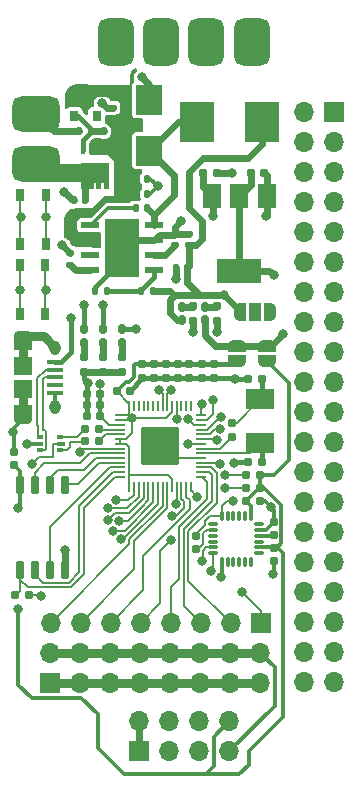
<source format=gbr>
%TF.GenerationSoftware,KiCad,Pcbnew,(6.0.0-0)*%
%TF.CreationDate,2022-06-22T07:40:47-04:00*%
%TF.ProjectId,hermes_v1,6865726d-6573-45f7-9631-2e6b69636164,rev?*%
%TF.SameCoordinates,Original*%
%TF.FileFunction,Copper,L1,Top*%
%TF.FilePolarity,Positive*%
%FSLAX46Y46*%
G04 Gerber Fmt 4.6, Leading zero omitted, Abs format (unit mm)*
G04 Created by KiCad (PCBNEW (6.0.0-0)) date 2022-06-22 07:40:47*
%MOMM*%
%LPD*%
G01*
G04 APERTURE LIST*
G04 Aperture macros list*
%AMRoundRect*
0 Rectangle with rounded corners*
0 $1 Rounding radius*
0 $2 $3 $4 $5 $6 $7 $8 $9 X,Y pos of 4 corners*
0 Add a 4 corners polygon primitive as box body*
4,1,4,$2,$3,$4,$5,$6,$7,$8,$9,$2,$3,0*
0 Add four circle primitives for the rounded corners*
1,1,$1+$1,$2,$3*
1,1,$1+$1,$4,$5*
1,1,$1+$1,$6,$7*
1,1,$1+$1,$8,$9*
0 Add four rect primitives between the rounded corners*
20,1,$1+$1,$2,$3,$4,$5,0*
20,1,$1+$1,$4,$5,$6,$7,0*
20,1,$1+$1,$6,$7,$8,$9,0*
20,1,$1+$1,$8,$9,$2,$3,0*%
%AMFreePoly0*
4,1,22,0.500000,-0.750000,0.000000,-0.750000,0.000000,-0.745033,-0.079941,-0.743568,-0.215256,-0.701293,-0.333266,-0.622738,-0.424486,-0.514219,-0.481581,-0.384460,-0.499164,-0.250000,-0.500000,-0.250000,-0.500000,0.250000,-0.499164,0.250000,-0.499963,0.256109,-0.478152,0.396186,-0.417904,0.524511,-0.324060,0.630769,-0.204165,0.706417,-0.067858,0.745374,0.000000,0.744959,0.000000,0.750000,
0.500000,0.750000,0.500000,-0.750000,0.500000,-0.750000,$1*%
%AMFreePoly1*
4,1,20,0.000000,0.744959,0.073905,0.744508,0.209726,0.703889,0.328688,0.626782,0.421226,0.519385,0.479903,0.390333,0.500000,0.250000,0.500000,-0.250000,0.499851,-0.262216,0.476331,-0.402017,0.414519,-0.529596,0.319384,-0.634700,0.198574,-0.708877,0.061801,-0.746166,0.000000,-0.745033,0.000000,-0.750000,-0.500000,-0.750000,-0.500000,0.750000,0.000000,0.750000,0.000000,0.744959,
0.000000,0.744959,$1*%
%AMFreePoly2*
4,1,22,0.550000,-0.750000,0.000000,-0.750000,0.000000,-0.745033,-0.079941,-0.743568,-0.215256,-0.701293,-0.333266,-0.622738,-0.424486,-0.514219,-0.481581,-0.384460,-0.499164,-0.250000,-0.500000,-0.250000,-0.500000,0.250000,-0.499164,0.250000,-0.499963,0.256109,-0.478152,0.396186,-0.417904,0.524511,-0.324060,0.630769,-0.204165,0.706417,-0.067858,0.745374,0.000000,0.744959,0.000000,0.750000,
0.550000,0.750000,0.550000,-0.750000,0.550000,-0.750000,$1*%
%AMFreePoly3*
4,1,20,0.000000,0.744959,0.073905,0.744508,0.209726,0.703889,0.328688,0.626782,0.421226,0.519385,0.479903,0.390333,0.500000,0.250000,0.500000,-0.250000,0.499851,-0.262216,0.476331,-0.402017,0.414519,-0.529596,0.319384,-0.634700,0.198574,-0.708877,0.061801,-0.746166,0.000000,-0.745033,0.000000,-0.750000,-0.550000,-0.750000,-0.550000,0.750000,0.000000,0.750000,0.000000,0.744959,
0.000000,0.744959,$1*%
%AMFreePoly4*
4,1,17,1.395000,0.765000,0.855000,0.765000,0.855000,0.535000,1.395000,0.535000,1.395000,0.115000,0.855000,0.115000,0.855000,-0.115000,1.395000,-0.115000,1.395000,-0.535000,0.855000,-0.535000,0.855000,-0.765000,1.395000,-0.765000,1.395000,-1.185000,-0.855000,-1.185000,-0.855000,1.185000,1.395000,1.185000,1.395000,0.765000,1.395000,0.765000,$1*%
G04 Aperture macros list end*
%TA.AperFunction,SMDPad,CuDef*%
%ADD10RoundRect,0.155000X0.212500X0.155000X-0.212500X0.155000X-0.212500X-0.155000X0.212500X-0.155000X0*%
%TD*%
%TA.AperFunction,SMDPad,CuDef*%
%ADD11RoundRect,0.155000X-0.155000X0.212500X-0.155000X-0.212500X0.155000X-0.212500X0.155000X0.212500X0*%
%TD*%
%TA.AperFunction,SMDPad,CuDef*%
%ADD12RoundRect,0.155000X0.155000X-0.212500X0.155000X0.212500X-0.155000X0.212500X-0.155000X-0.212500X0*%
%TD*%
%TA.AperFunction,SMDPad,CuDef*%
%ADD13RoundRect,0.160000X0.160000X-0.222500X0.160000X0.222500X-0.160000X0.222500X-0.160000X-0.222500X0*%
%TD*%
%TA.AperFunction,SMDPad,CuDef*%
%ADD14RoundRect,0.750000X1.250000X-0.750000X1.250000X0.750000X-1.250000X0.750000X-1.250000X-0.750000X0*%
%TD*%
%TA.AperFunction,SMDPad,CuDef*%
%ADD15RoundRect,0.750000X-0.750000X-1.250000X0.750000X-1.250000X0.750000X1.250000X-0.750000X1.250000X0*%
%TD*%
%TA.AperFunction,SMDPad,CuDef*%
%ADD16RoundRect,0.160000X0.197500X0.160000X-0.197500X0.160000X-0.197500X-0.160000X0.197500X-0.160000X0*%
%TD*%
%TA.AperFunction,SMDPad,CuDef*%
%ADD17RoundRect,0.160000X-0.197500X-0.160000X0.197500X-0.160000X0.197500X0.160000X-0.197500X0.160000X0*%
%TD*%
%TA.AperFunction,SMDPad,CuDef*%
%ADD18RoundRect,0.160000X-0.160000X0.197500X-0.160000X-0.197500X0.160000X-0.197500X0.160000X0.197500X0*%
%TD*%
%TA.AperFunction,SMDPad,CuDef*%
%ADD19RoundRect,0.050000X0.050000X-0.387500X0.050000X0.387500X-0.050000X0.387500X-0.050000X-0.387500X0*%
%TD*%
%TA.AperFunction,SMDPad,CuDef*%
%ADD20RoundRect,0.050000X0.387500X-0.050000X0.387500X0.050000X-0.387500X0.050000X-0.387500X-0.050000X0*%
%TD*%
%TA.AperFunction,ComponentPad*%
%ADD21C,0.600000*%
%TD*%
%TA.AperFunction,SMDPad,CuDef*%
%ADD22RoundRect,0.144000X1.456000X-1.456000X1.456000X1.456000X-1.456000X1.456000X-1.456000X-1.456000X0*%
%TD*%
%TA.AperFunction,SMDPad,CuDef*%
%ADD23RoundRect,0.150000X0.150000X-0.650000X0.150000X0.650000X-0.150000X0.650000X-0.150000X-0.650000X0*%
%TD*%
%TA.AperFunction,SMDPad,CuDef*%
%ADD24RoundRect,0.075000X0.075000X-0.350000X0.075000X0.350000X-0.075000X0.350000X-0.075000X-0.350000X0*%
%TD*%
%TA.AperFunction,SMDPad,CuDef*%
%ADD25RoundRect,0.075000X0.350000X0.075000X-0.350000X0.075000X-0.350000X-0.075000X0.350000X-0.075000X0*%
%TD*%
%TA.AperFunction,SMDPad,CuDef*%
%ADD26R,2.400000X1.700000*%
%TD*%
%TA.AperFunction,SMDPad,CuDef*%
%ADD27RoundRect,0.750000X-1.250000X0.750000X-1.250000X-0.750000X1.250000X-0.750000X1.250000X0.750000X0*%
%TD*%
%TA.AperFunction,SMDPad,CuDef*%
%ADD28RoundRect,0.155000X-0.212500X-0.155000X0.212500X-0.155000X0.212500X0.155000X-0.212500X0.155000X0*%
%TD*%
%TA.AperFunction,SMDPad,CuDef*%
%ADD29R,0.650000X1.050000*%
%TD*%
%TA.AperFunction,SMDPad,CuDef*%
%ADD30R,1.350000X0.400000*%
%TD*%
%TA.AperFunction,ComponentPad*%
%ADD31O,1.550000X0.890000*%
%TD*%
%TA.AperFunction,SMDPad,CuDef*%
%ADD32R,1.550000X1.500000*%
%TD*%
%TA.AperFunction,ComponentPad*%
%ADD33O,0.950000X1.250000*%
%TD*%
%TA.AperFunction,SMDPad,CuDef*%
%ADD34R,1.550000X1.200000*%
%TD*%
%TA.AperFunction,SMDPad,CuDef*%
%ADD35RoundRect,0.160000X0.160000X-0.197500X0.160000X0.197500X-0.160000X0.197500X-0.160000X-0.197500X0*%
%TD*%
%TA.AperFunction,SMDPad,CuDef*%
%ADD36FreePoly0,270.000000*%
%TD*%
%TA.AperFunction,SMDPad,CuDef*%
%ADD37FreePoly1,270.000000*%
%TD*%
%TA.AperFunction,SMDPad,CuDef*%
%ADD38RoundRect,0.160000X-0.160000X0.222500X-0.160000X-0.222500X0.160000X-0.222500X0.160000X0.222500X0*%
%TD*%
%TA.AperFunction,SMDPad,CuDef*%
%ADD39R,0.500000X0.375000*%
%TD*%
%TA.AperFunction,SMDPad,CuDef*%
%ADD40R,0.650000X0.300000*%
%TD*%
%TA.AperFunction,SMDPad,CuDef*%
%ADD41FreePoly2,180.000000*%
%TD*%
%TA.AperFunction,SMDPad,CuDef*%
%ADD42R,1.000000X1.500000*%
%TD*%
%TA.AperFunction,SMDPad,CuDef*%
%ADD43FreePoly3,180.000000*%
%TD*%
%TA.AperFunction,SMDPad,CuDef*%
%ADD44RoundRect,0.140000X-0.140000X-0.170000X0.140000X-0.170000X0.140000X0.170000X-0.140000X0.170000X0*%
%TD*%
%TA.AperFunction,SMDPad,CuDef*%
%ADD45R,2.950000X3.500000*%
%TD*%
%TA.AperFunction,SMDPad,CuDef*%
%ADD46RoundRect,0.140000X0.170000X-0.140000X0.170000X0.140000X-0.170000X0.140000X-0.170000X-0.140000X0*%
%TD*%
%TA.AperFunction,SMDPad,CuDef*%
%ADD47RoundRect,0.135000X0.135000X0.185000X-0.135000X0.185000X-0.135000X-0.185000X0.135000X-0.185000X0*%
%TD*%
%TA.AperFunction,SMDPad,CuDef*%
%ADD48R,1.550000X0.600000*%
%TD*%
%TA.AperFunction,SMDPad,CuDef*%
%ADD49R,2.950000X4.900000*%
%TD*%
%TA.AperFunction,SMDPad,CuDef*%
%ADD50RoundRect,0.135000X0.185000X-0.135000X0.185000X0.135000X-0.185000X0.135000X-0.185000X-0.135000X0*%
%TD*%
%TA.AperFunction,ComponentPad*%
%ADD51R,1.700000X1.700000*%
%TD*%
%TA.AperFunction,ComponentPad*%
%ADD52O,1.700000X1.700000*%
%TD*%
%TA.AperFunction,SMDPad,CuDef*%
%ADD53RoundRect,0.140000X-0.170000X0.140000X-0.170000X-0.140000X0.170000X-0.140000X0.170000X0.140000X0*%
%TD*%
%TA.AperFunction,SMDPad,CuDef*%
%ADD54RoundRect,0.140000X0.140000X0.170000X-0.140000X0.170000X-0.140000X-0.170000X0.140000X-0.170000X0*%
%TD*%
%TA.AperFunction,SMDPad,CuDef*%
%ADD55R,0.420000X0.700000*%
%TD*%
%TA.AperFunction,SMDPad,CuDef*%
%ADD56FreePoly4,270.000000*%
%TD*%
%TA.AperFunction,SMDPad,CuDef*%
%ADD57R,0.800000X0.900000*%
%TD*%
%TA.AperFunction,SMDPad,CuDef*%
%ADD58R,1.500000X2.000000*%
%TD*%
%TA.AperFunction,SMDPad,CuDef*%
%ADD59R,3.800000X2.000000*%
%TD*%
%TA.AperFunction,SMDPad,CuDef*%
%ADD60R,2.300000X2.500000*%
%TD*%
%TA.AperFunction,ViaPad*%
%ADD61C,0.800000*%
%TD*%
%TA.AperFunction,Conductor*%
%ADD62C,0.400000*%
%TD*%
%TA.AperFunction,Conductor*%
%ADD63C,0.200000*%
%TD*%
%TA.AperFunction,Conductor*%
%ADD64C,0.600000*%
%TD*%
%TA.AperFunction,Conductor*%
%ADD65C,0.300000*%
%TD*%
%TA.AperFunction,Conductor*%
%ADD66C,0.350000*%
%TD*%
%TA.AperFunction,Conductor*%
%ADD67C,0.800000*%
%TD*%
%TA.AperFunction,Conductor*%
%ADD68C,0.450000*%
%TD*%
%TA.AperFunction,Conductor*%
%ADD69C,1.500000*%
%TD*%
%TA.AperFunction,Conductor*%
%ADD70C,0.205740*%
%TD*%
G04 APERTURE END LIST*
D10*
%TO.P,C6,1*%
%TO.N,+1V1*%
X247460000Y-67775000D03*
%TO.P,C6,2*%
%TO.N,GND*%
X246325000Y-67775000D03*
%TD*%
%TO.P,C8,1*%
%TO.N,+1V1*%
X247460000Y-66825000D03*
%TO.P,C8,2*%
%TO.N,GND*%
X246325000Y-66825000D03*
%TD*%
D11*
%TO.P,C11,1*%
%TO.N,/FlightControlComputer/3V_MCU*%
X256050000Y-64320000D03*
%TO.P,C11,2*%
%TO.N,GND*%
X256050000Y-65455000D03*
%TD*%
%TO.P,C12,1*%
%TO.N,/FlightControlComputer/3V_MCU*%
X255000000Y-64320000D03*
%TO.P,C12,2*%
%TO.N,GND*%
X255000000Y-65455000D03*
%TD*%
%TO.P,C13,1*%
%TO.N,/FlightControlComputer/3V_MCU*%
X254000000Y-64320000D03*
%TO.P,C13,2*%
%TO.N,GND*%
X254000000Y-65455000D03*
%TD*%
%TO.P,C14,1*%
%TO.N,/FlightControlComputer/3V_MCU*%
X253000000Y-64320000D03*
%TO.P,C14,2*%
%TO.N,GND*%
X253000000Y-65455000D03*
%TD*%
%TO.P,C15,1*%
%TO.N,/FlightControlComputer/3V_MCU*%
X252000000Y-64320000D03*
%TO.P,C15,2*%
%TO.N,GND*%
X252000000Y-65455000D03*
%TD*%
%TO.P,C16,1*%
%TO.N,/FlightControlComputer/3V_MCU*%
X251000000Y-64320000D03*
%TO.P,C16,2*%
%TO.N,GND*%
X251000000Y-65455000D03*
%TD*%
D10*
%TO.P,C17,1*%
%TO.N,FC_XIN*%
X261108750Y-72625000D03*
%TO.P,C17,2*%
%TO.N,GND*%
X259973750Y-72625000D03*
%TD*%
%TO.P,C18,1*%
%TO.N,Net-(C18-Pad1)*%
X261133750Y-65592500D03*
%TO.P,C18,2*%
%TO.N,GND*%
X259998750Y-65592500D03*
%TD*%
D12*
%TO.P,C19,1*%
%TO.N,3V3_IO*%
X240125000Y-72842500D03*
%TO.P,C19,2*%
%TO.N,GND*%
X240125000Y-71707500D03*
%TD*%
%TO.P,C20,1*%
%TO.N,Net-(C20-Pad1)*%
X255525000Y-79967500D03*
%TO.P,C20,2*%
%TO.N,GND*%
X255525000Y-78832500D03*
%TD*%
%TO.P,C22,1*%
%TO.N,Net-(C22-Pad1)*%
X262125000Y-78792500D03*
%TO.P,C22,2*%
%TO.N,GND*%
X262125000Y-77657500D03*
%TD*%
D10*
%TO.P,C25,1*%
%TO.N,GND*%
X260942500Y-75875000D03*
%TO.P,C25,2*%
%TO.N,3V3_IO*%
X259807500Y-75875000D03*
%TD*%
D11*
%TO.P,C26,1*%
%TO.N,3V3_IO*%
X262125000Y-79857500D03*
%TO.P,C26,2*%
%TO.N,GND*%
X262125000Y-80992500D03*
%TD*%
D13*
%TO.P,D2,1,K*%
%TO.N,Net-(D2-Pad1)*%
X249300000Y-62510000D03*
%TO.P,D2,2,A*%
%TO.N,FC_STATUS_BLUE*%
X249300000Y-61365000D03*
%TD*%
%TO.P,D3,1,K*%
%TO.N,Net-(D3-Pad1)*%
X247700000Y-62510000D03*
%TO.P,D3,2,A*%
%TO.N,FC_STATUS_RED*%
X247700000Y-61365000D03*
%TD*%
%TO.P,D4,1,K*%
%TO.N,Net-(D4-Pad1)*%
X246100000Y-62510000D03*
%TO.P,D4,2,A*%
%TO.N,FC_STATUS_GREEN*%
X246100000Y-61365000D03*
%TD*%
D14*
%TO.P,P4,1,PAD*%
%TO.N,GND*%
X242000000Y-43100000D03*
%TD*%
D15*
%TO.P,P1,1,PAD*%
%TO.N,VCC*%
X252600000Y-37025000D03*
%TD*%
%TO.P,P2,1,PAD*%
%TO.N,GND*%
X248750000Y-37025000D03*
%TD*%
D16*
%TO.P,R5,1*%
%TO.N,3V3_IO*%
X260972500Y-74800000D03*
%TO.P,R5,2*%
%TO.N,FC_I2C0_SCL*%
X259777500Y-74800000D03*
%TD*%
%TO.P,R6,1*%
%TO.N,3V3_IO*%
X260972500Y-73725000D03*
%TO.P,R6,2*%
%TO.N,FC_I2C0_SDA*%
X259777500Y-73725000D03*
%TD*%
D17*
%TO.P,R7,1*%
%TO.N,FC_QSPI_SS*%
X240252500Y-83875000D03*
%TO.P,R7,2*%
%TO.N,FC_BOOTSEL*%
X241447500Y-83875000D03*
%TD*%
D18*
%TO.P,R13,1*%
%TO.N,Net-(D3-Pad1)*%
X247700000Y-63740000D03*
%TO.P,R13,2*%
%TO.N,GND*%
X247700000Y-64935000D03*
%TD*%
%TO.P,R14,1*%
%TO.N,Net-(D4-Pad1)*%
X246100000Y-63740000D03*
%TO.P,R14,2*%
%TO.N,GND*%
X246100000Y-64935000D03*
%TD*%
D19*
%TO.P,U3,1,IOVDD*%
%TO.N,/FlightControlComputer/3V_MCU*%
X249925000Y-74687500D03*
%TO.P,U3,2,GPIO0*%
%TO.N,FC_SPI0_MISO*%
X250325000Y-74687500D03*
%TO.P,U3,3,GPIO1*%
%TO.N,FC_SPI0_CS*%
X250725000Y-74687500D03*
%TO.P,U3,4,GPIO2*%
%TO.N,FC_SPI0_SCK*%
X251125000Y-74687500D03*
%TO.P,U3,5,GPIO3*%
%TO.N,FC_SPI0_MOSI*%
X251525000Y-74687500D03*
%TO.P,U3,6,GPIO4*%
%TO.N,FC_I2C0_SDA*%
X251925000Y-74687500D03*
%TO.P,U3,7,GPIO5*%
%TO.N,FC_I2C0_SCL*%
X252325000Y-74687500D03*
%TO.P,U3,8,GPIO6*%
%TO.N,FC_RADIO_PPM*%
X252725000Y-74687500D03*
%TO.P,U3,9,GPIO7*%
%TO.N,FC_SERVO_7*%
X253125000Y-74687500D03*
%TO.P,U3,10,IOVDD*%
%TO.N,/FlightControlComputer/3V_MCU*%
X253525000Y-74687500D03*
%TO.P,U3,11,GPIO8*%
%TO.N,FC_UART1_TX*%
X253925000Y-74687500D03*
%TO.P,U3,12,GPIO9*%
%TO.N,FC_UART1_RX*%
X254325000Y-74687500D03*
%TO.P,U3,13,GPIO10*%
%TO.N,FC_SERVO_6*%
X254725000Y-74687500D03*
%TO.P,U3,14,GPIO11*%
%TO.N,FC_SERVO_5*%
X255125000Y-74687500D03*
D20*
%TO.P,U3,15,GPIO12*%
%TO.N,FC_SERVO_4*%
X255962500Y-73850000D03*
%TO.P,U3,16,GPIO13*%
%TO.N,FC_SERVO_3*%
X255962500Y-73450000D03*
%TO.P,U3,17,GPIO14*%
%TO.N,FC_SERVO_2*%
X255962500Y-73050000D03*
%TO.P,U3,18,GPIO15*%
%TO.N,FC_SERVO_1*%
X255962500Y-72650000D03*
%TO.P,U3,19,TESTEN*%
%TO.N,GND*%
X255962500Y-72250000D03*
%TO.P,U3,20,XIN*%
%TO.N,FC_XIN*%
X255962500Y-71850000D03*
%TO.P,U3,21,XOUT*%
%TO.N,FC_XOUT*%
X255962500Y-71450000D03*
%TO.P,U3,22,IOVDD*%
%TO.N,/FlightControlComputer/3V_MCU*%
X255962500Y-71050000D03*
%TO.P,U3,23,DVDD*%
%TO.N,+1V1*%
X255962500Y-70650000D03*
%TO.P,U3,24,SWCLK*%
%TO.N,FC_SWCLK*%
X255962500Y-70250000D03*
%TO.P,U3,25,SWD*%
%TO.N,FC_SWD*%
X255962500Y-69850000D03*
%TO.P,U3,26,RUN*%
%TO.N,FC_RUN*%
X255962500Y-69450000D03*
%TO.P,U3,27,GPIO16*%
%TO.N,FC_UART0_TX*%
X255962500Y-69050000D03*
%TO.P,U3,28,GPIO17*%
%TO.N,FC_UART0_RX*%
X255962500Y-68650000D03*
D19*
%TO.P,U3,29,GPIO18*%
%TO.N,FC_GPIO18*%
X255125000Y-67812500D03*
%TO.P,U3,30,GPIO19*%
%TO.N,FC_GPIO19*%
X254725000Y-67812500D03*
%TO.P,U3,31,GPIO20*%
%TO.N,FC_GPIO20*%
X254325000Y-67812500D03*
%TO.P,U3,32,GPIO21*%
%TO.N,FC_STATUS_RED*%
X253925000Y-67812500D03*
%TO.P,U3,33,IOVDD*%
%TO.N,/FlightControlComputer/3V_MCU*%
X253525000Y-67812500D03*
%TO.P,U3,34,GPIO22*%
%TO.N,FC_STATUS_GREEN*%
X253125000Y-67812500D03*
%TO.P,U3,35,GPIO23*%
%TO.N,FC_STATUS_BLUE*%
X252725000Y-67812500D03*
%TO.P,U3,36,GPIO24*%
%TO.N,FC_GPIO24*%
X252325000Y-67812500D03*
%TO.P,U3,37,GPIO25*%
%TO.N,FC_GPIO25*%
X251925000Y-67812500D03*
%TO.P,U3,38,GPIO26_ADC0*%
%TO.N,FC_I2C1_SDA*%
X251525000Y-67812500D03*
%TO.P,U3,39,GPIO27_ADC1*%
%TO.N,FC_I2C1_SCL*%
X251125000Y-67812500D03*
%TO.P,U3,40,GPIO28_ADC2*%
%TO.N,FC_GPIO28_ADC2*%
X250725000Y-67812500D03*
%TO.P,U3,41,GPIO29_ADC3*%
%TO.N,FC_GPIO29_ADC3*%
X250325000Y-67812500D03*
%TO.P,U3,42,IOVDD*%
%TO.N,/FlightControlComputer/3V_MCU*%
X249925000Y-67812500D03*
D20*
%TO.P,U3,43,ADC_AVDD*%
X249087500Y-68650000D03*
%TO.P,U3,44,VREG_IN*%
X249087500Y-69050000D03*
%TO.P,U3,45,VREG_VOUT*%
%TO.N,+1V1*%
X249087500Y-69450000D03*
%TO.P,U3,46,USB_DM*%
%TO.N,/FlightControlComputer/USB-*%
X249087500Y-69850000D03*
%TO.P,U3,47,USB_DP*%
%TO.N,/FlightControlComputer/USB+*%
X249087500Y-70250000D03*
%TO.P,U3,48,USB_VDD*%
%TO.N,/FlightControlComputer/3V_MCU*%
X249087500Y-70650000D03*
%TO.P,U3,49,IOVDD*%
X249087500Y-71050000D03*
%TO.P,U3,50,DVDD*%
%TO.N,+1V1*%
X249087500Y-71450000D03*
%TO.P,U3,51,QSPI_SD3*%
%TO.N,FC_QSPI_SD3*%
X249087500Y-71850000D03*
%TO.P,U3,52,QSPI_SCLK*%
%TO.N,FC_QSPI_SCLK*%
X249087500Y-72250000D03*
%TO.P,U3,53,QSPI_SD0*%
%TO.N,FC_QSPI_SD0*%
X249087500Y-72650000D03*
%TO.P,U3,54,QSPI_SD2*%
%TO.N,FC_QSPI_SD2*%
X249087500Y-73050000D03*
%TO.P,U3,55,QSPI_SD1*%
%TO.N,FC_QSPI_SD1*%
X249087500Y-73450000D03*
%TO.P,U3,56,QSPI_SS*%
%TO.N,FC_QSPI_SS*%
X249087500Y-73850000D03*
D21*
%TO.P,U3,57,GND*%
%TO.N,GND*%
X252525000Y-69975000D03*
X253800000Y-69975000D03*
X252525000Y-72525000D03*
X253800000Y-72525000D03*
X251250000Y-72525000D03*
D22*
X252525000Y-71250000D03*
D21*
X251250000Y-69975000D03*
X253800000Y-71250000D03*
X251250000Y-71250000D03*
X252525000Y-71250000D03*
%TD*%
D23*
%TO.P,U4,1,~{CS}*%
%TO.N,FC_QSPI_SS*%
X240645000Y-81700000D03*
%TO.P,U4,2,DO(IO1)*%
%TO.N,FC_QSPI_SD1*%
X241915000Y-81700000D03*
%TO.P,U4,3,IO2*%
%TO.N,FC_QSPI_SD2*%
X243185000Y-81700000D03*
%TO.P,U4,4,GND*%
%TO.N,GND*%
X244455000Y-81700000D03*
%TO.P,U4,5,DI(IO0)*%
%TO.N,FC_QSPI_SD0*%
X244455000Y-74500000D03*
%TO.P,U4,6,CLK*%
%TO.N,FC_QSPI_SCLK*%
X243185000Y-74500000D03*
%TO.P,U4,7,IO3*%
%TO.N,FC_QSPI_SD3*%
X241915000Y-74500000D03*
%TO.P,U4,8,VCC*%
%TO.N,3V3_IO*%
X240645000Y-74500000D03*
%TD*%
D24*
%TO.P,U5,1,CLKIN*%
%TO.N,GND*%
X257725000Y-81025000D03*
%TO.P,U5,2*%
%TO.N,N/C*%
X258225000Y-81025000D03*
%TO.P,U5,3*%
X258725000Y-81025000D03*
%TO.P,U5,4*%
X259225000Y-81025000D03*
%TO.P,U5,5*%
X259725000Y-81025000D03*
%TO.P,U5,6,AUX_SDA*%
%TO.N,unconnected-(U5-Pad6)*%
X260225000Y-81025000D03*
D25*
%TO.P,U5,7,AUX_SCL*%
%TO.N,unconnected-(U5-Pad7)*%
X260925000Y-80325000D03*
%TO.P,U5,8,VDDIO*%
%TO.N,3V3_IO*%
X260925000Y-79825000D03*
%TO.P,U5,9,AD0*%
%TO.N,unconnected-(U5-Pad9)*%
X260925000Y-79325000D03*
%TO.P,U5,10,REGOUT*%
%TO.N,Net-(C22-Pad1)*%
X260925000Y-78825000D03*
%TO.P,U5,11,FSYNC*%
%TO.N,GND*%
X260925000Y-78325000D03*
%TO.P,U5,12,INT*%
%TO.N,unconnected-(U5-Pad12)*%
X260925000Y-77825000D03*
D24*
%TO.P,U5,13,VDD*%
%TO.N,3V3_IO*%
X260225000Y-77125000D03*
%TO.P,U5,14*%
%TO.N,N/C*%
X259725000Y-77125000D03*
%TO.P,U5,15*%
X259225000Y-77125000D03*
%TO.P,U5,16*%
X258725000Y-77125000D03*
%TO.P,U5,17*%
X258225000Y-77125000D03*
%TO.P,U5,18,GND*%
%TO.N,GND*%
X257725000Y-77125000D03*
D25*
%TO.P,U5,19*%
%TO.N,N/C*%
X257025000Y-77825000D03*
%TO.P,U5,20,CPOUT*%
%TO.N,Net-(C20-Pad1)*%
X257025000Y-78325000D03*
%TO.P,U5,21*%
%TO.N,N/C*%
X257025000Y-78825000D03*
%TO.P,U5,22*%
X257025000Y-79325000D03*
%TO.P,U5,23,SCL*%
%TO.N,FC_I2C0_SCL*%
X257025000Y-79825000D03*
%TO.P,U5,24,SDA*%
%TO.N,FC_I2C0_SDA*%
X257025000Y-80325000D03*
%TD*%
D26*
%TO.P,Y1,1,1*%
%TO.N,FC_XIN*%
X261000000Y-70975000D03*
%TO.P,Y1,2,2*%
%TO.N,Net-(C18-Pad1)*%
X261000000Y-67275000D03*
%TD*%
D27*
%TO.P,P3,1,PAD*%
%TO.N,VCC*%
X242000000Y-47400000D03*
%TD*%
D15*
%TO.P,P6,1,PAD*%
%TO.N,GND*%
X260300000Y-37025000D03*
%TD*%
%TO.P,P5,1,PAD*%
%TO.N,VCC*%
X256400000Y-37025000D03*
%TD*%
D28*
%TO.P,C9,1*%
%TO.N,/FlightControlComputer/3V_MCU*%
X248832500Y-66550000D03*
%TO.P,C9,2*%
%TO.N,GND*%
X249967500Y-66550000D03*
%TD*%
D17*
%TO.P,R3,1*%
%TO.N,FC_USB_D+*%
X246155000Y-70830000D03*
%TO.P,R3,2*%
%TO.N,/FlightControlComputer/USB+*%
X247350000Y-70830000D03*
%TD*%
D29*
%TO.P,SW1,1,1*%
%TO.N,FC_BOOTSEL*%
X240650000Y-55925000D03*
X240650000Y-60075000D03*
%TO.P,SW1,2,2*%
%TO.N,GND*%
X242800000Y-55925000D03*
X242800000Y-60075000D03*
%TD*%
D30*
%TO.P,J2,1,VBUS*%
%TO.N,FC_USB_VBUS*%
X243650000Y-64125000D03*
%TO.P,J2,2,D-*%
%TO.N,/FCC Peripherals/d-*%
X243650000Y-64775000D03*
%TO.P,J2,3,D+*%
%TO.N,/FCC Peripherals/d+*%
X243650000Y-65425000D03*
%TO.P,J2,4,ID*%
%TO.N,unconnected-(J2-Pad4)*%
X243650000Y-66075000D03*
%TO.P,J2,5,GND*%
%TO.N,GND*%
X243650000Y-66725000D03*
D31*
%TO.P,J2,6,Shield*%
X240950000Y-68925000D03*
X240950000Y-61925000D03*
D32*
X240950000Y-64425000D03*
D33*
X243650000Y-62925000D03*
D32*
X240950000Y-66425000D03*
D34*
X240950000Y-62525000D03*
D33*
X243650000Y-67925000D03*
D34*
X240950000Y-68325000D03*
%TD*%
D35*
%TO.P,R9,1*%
%TO.N,FC_XOUT*%
X258600000Y-70472500D03*
%TO.P,R9,2*%
%TO.N,Net-(C18-Pad1)*%
X258600000Y-69277500D03*
%TD*%
D11*
%TO.P,C10,1*%
%TO.N,/FlightControlComputer/3V_MCU*%
X257100000Y-64320000D03*
%TO.P,C10,2*%
%TO.N,GND*%
X257100000Y-65455000D03*
%TD*%
D36*
%TO.P,JP3,1,A*%
%TO.N,+3V3*%
X261600000Y-62750000D03*
D37*
%TO.P,JP3,2,B*%
%TO.N,3V3_IO*%
X261600000Y-64050000D03*
%TD*%
D36*
%TO.P,JP2,1,A*%
%TO.N,+3V3*%
X259000000Y-62750000D03*
D37*
%TO.P,JP2,2,B*%
%TO.N,/FlightControlComputer/3V_MCU*%
X259000000Y-64050000D03*
%TD*%
D29*
%TO.P,SW2,1,1*%
%TO.N,FC_RUN*%
X242825000Y-54162500D03*
X242825000Y-50012500D03*
%TO.P,SW2,2,2*%
%TO.N,GND*%
X240675000Y-54162500D03*
X240675000Y-50012500D03*
%TD*%
D10*
%TO.P,C7,1*%
%TO.N,+1V1*%
X247460000Y-68725000D03*
%TO.P,C7,2*%
%TO.N,GND*%
X246325000Y-68725000D03*
%TD*%
D18*
%TO.P,R12,1*%
%TO.N,Net-(D2-Pad1)*%
X249300000Y-63740000D03*
%TO.P,R12,2*%
%TO.N,GND*%
X249300000Y-64935000D03*
%TD*%
%TO.P,R15,1*%
%TO.N,Net-(D5-Pad1)*%
X257315000Y-59420000D03*
%TO.P,R15,2*%
%TO.N,GND*%
X257315000Y-60615000D03*
%TD*%
%TO.P,R16,1*%
%TO.N,Net-(D6-Pad1)*%
X255340000Y-59420000D03*
%TO.P,R16,2*%
%TO.N,GND*%
X255340000Y-60615000D03*
%TD*%
D38*
%TO.P,D5,1,K*%
%TO.N,Net-(D5-Pad1)*%
X256315000Y-59445000D03*
%TO.P,D5,2,A*%
%TO.N,+3V3*%
X256315000Y-60590000D03*
%TD*%
%TO.P,D6,1,K*%
%TO.N,Net-(D6-Pad1)*%
X254365000Y-59445000D03*
%TO.P,D6,2,A*%
%TO.N,+5V*%
X254365000Y-60590000D03*
%TD*%
D17*
%TO.P,R4,1*%
%TO.N,FC_USB_D-*%
X246155000Y-69800000D03*
%TO.P,R4,2*%
%TO.N,/FlightControlComputer/USB-*%
X247350000Y-69800000D03*
%TD*%
D39*
%TO.P,U7,1,I/O1*%
%TO.N,FC_USB_D+*%
X244025000Y-71587500D03*
D40*
%TO.P,U7,2,GND*%
%TO.N,GND*%
X244100000Y-71050000D03*
D39*
%TO.P,U7,3,I/O2*%
%TO.N,FC_USB_D-*%
X244025000Y-70512500D03*
%TO.P,U7,4,I/O2*%
%TO.N,/FCC Peripherals/d-*%
X242325000Y-70512500D03*
D40*
%TO.P,U7,5,VBUS*%
%TO.N,FC_USB_VBUS*%
X242250000Y-71050000D03*
D39*
%TO.P,U7,6,I/O1*%
%TO.N,/FCC Peripherals/d+*%
X242325000Y-71587500D03*
%TD*%
D41*
%TO.P,JP1,1,A*%
%TO.N,FC_USB_VBUS*%
X261850000Y-59900000D03*
D42*
%TO.P,JP1,2,C*%
%TO.N,REG_5VIN*%
X260550000Y-59900000D03*
D43*
%TO.P,JP1,3,B*%
%TO.N,+5V*%
X259250000Y-59900000D03*
%TD*%
D44*
%TO.P,C24,1*%
%TO.N,GND*%
X253870000Y-56150000D03*
%TO.P,C24,2*%
%TO.N,+5V*%
X254830000Y-56150000D03*
%TD*%
D45*
%TO.P,L2,1*%
%TO.N,Net-(C32-Pad2)*%
X255675000Y-43800000D03*
%TO.P,L2,2*%
%TO.N,+5V*%
X261125000Y-43800000D03*
%TD*%
D28*
%TO.P,C3,1*%
%TO.N,REG_5VIN*%
X256182500Y-48125000D03*
%TO.P,C3,2*%
%TO.N,GND*%
X257317500Y-48125000D03*
%TD*%
%TO.P,C5,1*%
%TO.N,+3V3*%
X260207500Y-48125000D03*
%TO.P,C5,2*%
%TO.N,GND*%
X261342500Y-48125000D03*
%TD*%
D46*
%TO.P,C31,1*%
%TO.N,Net-(C31-Pad1)*%
X253750000Y-54230000D03*
%TO.P,C31,2*%
%TO.N,GND*%
X253750000Y-53270000D03*
%TD*%
D47*
%TO.P,R8,1*%
%TO.N,+5V*%
X251910000Y-58125000D03*
%TO.P,R8,2*%
%TO.N,FB*%
X250890000Y-58125000D03*
%TD*%
D48*
%TO.P,U6,1,PGND*%
%TO.N,Net-(C32-Pad1)*%
X246600000Y-52545000D03*
%TO.P,U6,2,VIN*%
%TO.N,/+12v*%
X246600000Y-53815000D03*
%TO.P,U6,3,EN*%
%TO.N,unconnected-(U6-Pad3)*%
X246600000Y-55085000D03*
%TO.P,U6,4,PG*%
%TO.N,Net-(R10-Pad1)*%
X246600000Y-56355000D03*
%TO.P,U6,5,FB*%
%TO.N,FB*%
X252000000Y-56355000D03*
%TO.P,U6,6,VCC*%
%TO.N,Net-(C31-Pad1)*%
X252000000Y-55085000D03*
%TO.P,U6,7,BOOT*%
%TO.N,GND*%
X252000000Y-53815000D03*
%TO.P,U6,8,SW*%
%TO.N,Net-(C32-Pad2)*%
X252000000Y-52545000D03*
D21*
%TO.P,U6,9,AGND*%
%TO.N,GND*%
X249950000Y-52500000D03*
X249950000Y-55100000D03*
X248650000Y-52500000D03*
X249950000Y-53800000D03*
X248650000Y-56400000D03*
D49*
X249300000Y-54450000D03*
D21*
X249950000Y-56400000D03*
X248650000Y-53800000D03*
X248650000Y-55100000D03*
%TD*%
D50*
%TO.P,R10,1*%
%TO.N,Net-(R10-Pad1)*%
X244925000Y-55885000D03*
%TO.P,R10,2*%
%TO.N,GND*%
X244925000Y-54865000D03*
%TD*%
D51*
%TO.P,J3,1,Pin_1*%
%TO.N,GND*%
X250700000Y-97100000D03*
D52*
%TO.P,J3,2,Pin_2*%
X250700000Y-94560000D03*
%TO.P,J3,3,Pin_3*%
%TO.N,FC_UART0_RX*%
X253240000Y-97100000D03*
%TO.P,J3,4,Pin_4*%
%TO.N,FC_UART1_RX*%
X253240000Y-94560000D03*
%TO.P,J3,5,Pin_5*%
%TO.N,FC_UART0_TX*%
X255780000Y-97100000D03*
%TO.P,J3,6,Pin_6*%
%TO.N,FC_UART1_TX*%
X255780000Y-94560000D03*
%TO.P,J3,7,Pin_7*%
%TO.N,+5V*%
X258320000Y-97100000D03*
%TO.P,J3,8,Pin_8*%
%TO.N,3V3_IO*%
X258320000Y-94560000D03*
%TD*%
D53*
%TO.P,C27,1*%
%TO.N,GND*%
X254950000Y-53270000D03*
%TO.P,C27,2*%
%TO.N,+5V*%
X254950000Y-54230000D03*
%TD*%
D51*
%TO.P,J1,1,Pin_1*%
%TO.N,+5V*%
X267275000Y-42965000D03*
D52*
%TO.P,J1,2,Pin_2*%
%TO.N,unconnected-(J1-Pad2)*%
X264735000Y-42965000D03*
%TO.P,J1,3,Pin_3*%
%TO.N,+5V*%
X267275000Y-45505000D03*
%TO.P,J1,4,Pin_4*%
%TO.N,unconnected-(J1-Pad4)*%
X264735000Y-45505000D03*
%TO.P,J1,5,Pin_5*%
%TO.N,GND*%
X267275000Y-48045000D03*
%TO.P,J1,6,Pin_6*%
%TO.N,unconnected-(J1-Pad6)*%
X264735000Y-48045000D03*
%TO.P,J1,7,Pin_7*%
%TO.N,unconnected-(J1-Pad7)*%
X267275000Y-50585000D03*
%TO.P,J1,8,Pin_8*%
%TO.N,unconnected-(J1-Pad8)*%
X264735000Y-50585000D03*
%TO.P,J1,9,Pin_9*%
%TO.N,unconnected-(J1-Pad9)*%
X267275000Y-53125000D03*
%TO.P,J1,10,Pin_10*%
%TO.N,GND*%
X264735000Y-53125000D03*
%TO.P,J1,11,Pin_11*%
%TO.N,unconnected-(J1-Pad11)*%
X267275000Y-55665000D03*
%TO.P,J1,12,Pin_12*%
%TO.N,unconnected-(J1-Pad12)*%
X264735000Y-55665000D03*
%TO.P,J1,13,Pin_13*%
%TO.N,unconnected-(J1-Pad13)*%
X267275000Y-58205000D03*
%TO.P,J1,14,Pin_14*%
%TO.N,unconnected-(J1-Pad14)*%
X264735000Y-58205000D03*
%TO.P,J1,15,Pin_15*%
%TO.N,unconnected-(J1-Pad15)*%
X267275000Y-60745000D03*
%TO.P,J1,16,Pin_16*%
%TO.N,unconnected-(J1-Pad16)*%
X264735000Y-60745000D03*
%TO.P,J1,17,Pin_17*%
%TO.N,unconnected-(J1-Pad17)*%
X267275000Y-63285000D03*
%TO.P,J1,18,Pin_18*%
%TO.N,unconnected-(J1-Pad18)*%
X264735000Y-63285000D03*
%TO.P,J1,19,Pin_19*%
%TO.N,GND*%
X267275000Y-65825000D03*
%TO.P,J1,20,Pin_20*%
%TO.N,unconnected-(J1-Pad20)*%
X264735000Y-65825000D03*
%TO.P,J1,21,Pin_21*%
%TO.N,unconnected-(J1-Pad21)*%
X267275000Y-68365000D03*
%TO.P,J1,22,Pin_22*%
%TO.N,unconnected-(J1-Pad22)*%
X264735000Y-68365000D03*
%TO.P,J1,23,Pin_23*%
%TO.N,unconnected-(J1-Pad23)*%
X267275000Y-70905000D03*
%TO.P,J1,24,Pin_24*%
%TO.N,unconnected-(J1-Pad24)*%
X264735000Y-70905000D03*
%TO.P,J1,25,Pin_25*%
%TO.N,unconnected-(J1-Pad25)*%
X267275000Y-73445000D03*
%TO.P,J1,26,Pin_26*%
%TO.N,GND*%
X264735000Y-73445000D03*
%TO.P,J1,27,Pin_27*%
%TO.N,unconnected-(J1-Pad27)*%
X267275000Y-75985000D03*
%TO.P,J1,28,Pin_28*%
%TO.N,unconnected-(J1-Pad28)*%
X264735000Y-75985000D03*
%TO.P,J1,29,Pin_29*%
%TO.N,GND*%
X267275000Y-78525000D03*
%TO.P,J1,30,Pin_30*%
%TO.N,unconnected-(J1-Pad30)*%
X264735000Y-78525000D03*
%TO.P,J1,31,Pin_31*%
%TO.N,unconnected-(J1-Pad31)*%
X267275000Y-81065000D03*
%TO.P,J1,32,Pin_32*%
%TO.N,unconnected-(J1-Pad32)*%
X264735000Y-81065000D03*
%TO.P,J1,33,Pin_33*%
%TO.N,GND*%
X267275000Y-83605000D03*
%TO.P,J1,34,Pin_34*%
%TO.N,unconnected-(J1-Pad34)*%
X264735000Y-83605000D03*
%TO.P,J1,35,Pin_35*%
%TO.N,unconnected-(J1-Pad35)*%
X267275000Y-86145000D03*
%TO.P,J1,36,Pin_36*%
%TO.N,unconnected-(J1-Pad36)*%
X264735000Y-86145000D03*
%TO.P,J1,37,Pin_37*%
%TO.N,unconnected-(J1-Pad37)*%
X267275000Y-88685000D03*
%TO.P,J1,38,Pin_38*%
%TO.N,unconnected-(J1-Pad38)*%
X264735000Y-88685000D03*
%TO.P,J1,39,Pin_39*%
%TO.N,unconnected-(J1-Pad39)*%
X267275000Y-91225000D03*
%TO.P,J1,40,Pin_40*%
%TO.N,GND*%
X264735000Y-91225000D03*
%TD*%
D54*
%TO.P,C28,1*%
%TO.N,VCC*%
X246180000Y-50425000D03*
%TO.P,C28,2*%
%TO.N,GND*%
X245220000Y-50425000D03*
%TD*%
D46*
%TO.P,C30,1*%
%TO.N,/+12v*%
X248550000Y-43555000D03*
%TO.P,C30,2*%
%TO.N,GND*%
X248550000Y-42595000D03*
%TD*%
D44*
%TO.P,C32,1*%
%TO.N,Net-(C32-Pad1)*%
X250445000Y-51075000D03*
%TO.P,C32,2*%
%TO.N,Net-(C32-Pad2)*%
X251405000Y-51075000D03*
%TD*%
D54*
%TO.P,C29,1*%
%TO.N,/+12v*%
X248705000Y-44600000D03*
%TO.P,C29,2*%
%TO.N,Net-(C29-Pad2)*%
X247745000Y-44600000D03*
%TD*%
D47*
%TO.P,R17,1*%
%TO.N,Net-(C29-Pad2)*%
X246660000Y-44600000D03*
%TO.P,R17,2*%
%TO.N,GND*%
X245640000Y-44600000D03*
%TD*%
D55*
%TO.P,Q1,1,S*%
%TO.N,/+12v*%
X247975000Y-46150000D03*
%TO.P,Q1,2,S*%
X247325000Y-46150000D03*
%TO.P,Q1,3,S*%
X246675000Y-46150000D03*
%TO.P,Q1,4,G*%
%TO.N,Net-(C29-Pad2)*%
X246025000Y-46150000D03*
D56*
%TO.P,Q1,5,D*%
%TO.N,VCC*%
X247000000Y-48105000D03*
%TD*%
D51*
%TO.P,J8,1,Pin_1*%
%TO.N,FC_SERVO_1*%
X261025000Y-86200000D03*
D52*
%TO.P,J8,2,Pin_2*%
%TO.N,FC_SERVO_2*%
X258485000Y-86200000D03*
%TO.P,J8,3,Pin_3*%
%TO.N,FC_SERVO_3*%
X255945000Y-86200000D03*
%TO.P,J8,4,Pin_4*%
%TO.N,FC_SERVO_4*%
X253405000Y-86200000D03*
%TO.P,J8,5,Pin_5*%
%TO.N,FC_SERVO_5*%
X250865000Y-86200000D03*
%TO.P,J8,6,Pin_6*%
%TO.N,FC_SERVO_6*%
X248325000Y-86200000D03*
%TO.P,J8,7,Pin_7*%
%TO.N,FC_SERVO_7*%
X245785000Y-86200000D03*
%TO.P,J8,8,Pin_8*%
%TO.N,FC_RADIO_PPM*%
X243245000Y-86200000D03*
%TD*%
D51*
%TO.P,J9,1,Pin_1*%
%TO.N,GND*%
X243225000Y-91300000D03*
D52*
%TO.P,J9,2,Pin_2*%
%TO.N,+5V*%
X243225000Y-88760000D03*
%TO.P,J9,3,Pin_3*%
%TO.N,GND*%
X245765000Y-91300000D03*
%TO.P,J9,4,Pin_4*%
%TO.N,+5V*%
X245765000Y-88760000D03*
%TO.P,J9,5,Pin_5*%
%TO.N,GND*%
X248305000Y-91300000D03*
%TO.P,J9,6,Pin_6*%
%TO.N,+5V*%
X248305000Y-88760000D03*
%TO.P,J9,7,Pin_7*%
%TO.N,GND*%
X250845000Y-91300000D03*
%TO.P,J9,8,Pin_8*%
%TO.N,+5V*%
X250845000Y-88760000D03*
%TO.P,J9,9,Pin_9*%
%TO.N,GND*%
X253385000Y-91300000D03*
%TO.P,J9,10,Pin_10*%
%TO.N,+5V*%
X253385000Y-88760000D03*
%TO.P,J9,11,Pin_11*%
%TO.N,GND*%
X255925000Y-91300000D03*
%TO.P,J9,12,Pin_12*%
%TO.N,+5V*%
X255925000Y-88760000D03*
%TO.P,J9,13,Pin_13*%
%TO.N,GND*%
X258465000Y-91300000D03*
%TO.P,J9,14,Pin_14*%
%TO.N,+5V*%
X258465000Y-88760000D03*
%TO.P,J9,15,Pin_15*%
%TO.N,GND*%
X261005000Y-91300000D03*
%TO.P,J9,16,Pin_16*%
%TO.N,+5V*%
X261005000Y-88760000D03*
%TD*%
D44*
%TO.P,C23,1*%
%TO.N,/+12v*%
X250440000Y-49925000D03*
%TO.P,C23,2*%
%TO.N,GND*%
X251400000Y-49925000D03*
%TD*%
D57*
%TO.P,D8,*%
%TO.N,*%
X247150000Y-43325000D03*
%TO.P,D8,1,K*%
%TO.N,/+12v*%
X246200000Y-41325000D03*
%TO.P,D8,2,A*%
%TO.N,Net-(C29-Pad2)*%
X245250000Y-43325000D03*
%TD*%
D44*
%TO.P,C21,1*%
%TO.N,/+12v*%
X250440000Y-48600000D03*
%TO.P,C21,2*%
%TO.N,GND*%
X251400000Y-48600000D03*
%TD*%
D58*
%TO.P,U2,1,GND*%
%TO.N,GND*%
X261535000Y-50095000D03*
D59*
%TO.P,U2,2,VO*%
%TO.N,+3V3*%
X259235000Y-56395000D03*
D58*
X259235000Y-50095000D03*
%TO.P,U2,3,VI*%
%TO.N,REG_5VIN*%
X256935000Y-50095000D03*
%TD*%
D60*
%TO.P,D7,1,K*%
%TO.N,Net-(C32-Pad2)*%
X251600000Y-46225000D03*
%TO.P,D7,2,A*%
%TO.N,GND*%
X251600000Y-41925000D03*
%TD*%
D47*
%TO.P,R11,1*%
%TO.N,FB*%
X248010000Y-58100000D03*
%TO.P,R11,2*%
%TO.N,GND*%
X246990000Y-58100000D03*
%TD*%
D61*
%TO.N,GND*%
X241000000Y-42550000D03*
X241000000Y-43650000D03*
X243100000Y-43650000D03*
X243100000Y-42550000D03*
X242050000Y-43650000D03*
X242050000Y-42550000D03*
X249250000Y-37075000D03*
X248150000Y-37075000D03*
X249250000Y-36025000D03*
X248150000Y-36025000D03*
X248150000Y-38125000D03*
X249250000Y-38125000D03*
X259750000Y-38125000D03*
X260850000Y-37075000D03*
X259750000Y-37075000D03*
X260850000Y-38125000D03*
X260850000Y-36025000D03*
X259750000Y-36025000D03*
X240075000Y-70075000D03*
X254250000Y-52175000D03*
X261525000Y-51800000D03*
X252325000Y-49225000D03*
X244450000Y-80075000D03*
X258750000Y-72650000D03*
X244250000Y-54250000D03*
X258625000Y-48100000D03*
X244400000Y-49700000D03*
X241642878Y-72767878D03*
X261915000Y-76425000D03*
X262115000Y-82050000D03*
X250975000Y-40025000D03*
X258900000Y-65600000D03*
X242835000Y-58065000D03*
X253850000Y-57100000D03*
X247625000Y-42225000D03*
X255340000Y-61592500D03*
X240700000Y-51837500D03*
X257715000Y-82325000D03*
X246425000Y-65875000D03*
X258725000Y-75900000D03*
X257315000Y-61592500D03*
%TO.N,+1V1*%
X257329128Y-70750500D03*
X245761881Y-71723876D03*
X247450000Y-65990000D03*
%TO.N,+3V3*%
X262150000Y-56800000D03*
X262900000Y-61725000D03*
%TO.N,VCC*%
X240950000Y-46900000D03*
X242000000Y-46900000D03*
X242000000Y-48000000D03*
X243050000Y-48000000D03*
X243050000Y-46900000D03*
X253150000Y-36025000D03*
X253150000Y-37075000D03*
X252050000Y-36025000D03*
X253150000Y-38125000D03*
X252050000Y-38125000D03*
X252050000Y-37075000D03*
X256950000Y-37075000D03*
X255850000Y-38125000D03*
X256950000Y-36025000D03*
X255850000Y-37075000D03*
X256950000Y-38125000D03*
X255850000Y-36025000D03*
X240950000Y-48000000D03*
%TO.N,+5V*%
X257890000Y-58470000D03*
%TO.N,FC_STATUS_BLUE*%
X250500000Y-61350000D03*
X252425000Y-66500000D03*
%TO.N,FC_STATUS_RED*%
X247675000Y-59325000D03*
X253919729Y-68938809D03*
%TO.N,FC_STATUS_GREEN*%
X246100000Y-59275000D03*
X253424503Y-66500000D03*
%TO.N,FC_BOOTSEL*%
X242475000Y-83899500D03*
X240655000Y-57995000D03*
%TO.N,FC_RUN*%
X242825000Y-51887500D03*
X254919075Y-68921123D03*
%TO.N,FC_USB_VBUS*%
X261875000Y-59925000D03*
X241210000Y-71050000D03*
X244975000Y-60400000D03*
%TO.N,FC_SERVO_1*%
X259425000Y-83600000D03*
X257631540Y-72795314D03*
%TO.N,FC_SERVO_5*%
X255677574Y-75533514D03*
X253416941Y-79225000D03*
%TO.N,FC_I2C0_SCL*%
X257998539Y-74800000D03*
X256100000Y-81000000D03*
X249227589Y-79128715D03*
%TO.N,FC_I2C0_SDA*%
X257998540Y-73725000D03*
X248500911Y-78429215D03*
X256800000Y-81800000D03*
%TO.N,FC_SWCLK*%
X257560982Y-69778262D03*
%TO.N,FC_SWD*%
X257668069Y-68784514D03*
%TO.N,REG_5VIN*%
X256975000Y-51775000D03*
X260575000Y-59925000D03*
%TO.N,FC_SPI0_CS*%
X248093245Y-76506755D03*
%TO.N,FC_SPI0_MOSI*%
X249079368Y-77605774D03*
%TO.N,FC_SPI0_SCK*%
X248075000Y-77525000D03*
%TO.N,FC_SPI0_MISO*%
X248800000Y-75800000D03*
%TO.N,FC_UART1_TX*%
X253824500Y-76175000D03*
%TO.N,FC_UART1_RX*%
X253519313Y-77126768D03*
%TO.N,FC_UART0_TX*%
X257014326Y-67358427D03*
%TO.N,FC_UART0_RX*%
X256075000Y-67700000D03*
%TO.N,/FlightControlComputer/3V_MCU*%
X250125000Y-68850000D03*
X254900000Y-71050000D03*
%TO.N,3V3_IO*%
X240520000Y-85030000D03*
X240520000Y-76460000D03*
%TD*%
D62*
%TO.N,GND*%
X246325000Y-66825000D02*
X246325000Y-65975000D01*
D63*
X256300480Y-77934514D02*
X256300480Y-77594869D01*
X258180000Y-75900000D02*
X258725000Y-75900000D01*
D64*
X247700000Y-64935000D02*
X246100000Y-64935000D01*
D65*
X262125000Y-80992500D02*
X262125000Y-82040000D01*
X260942500Y-75875000D02*
X261365000Y-75875000D01*
X262125000Y-76635000D02*
X261915000Y-76425000D01*
D66*
X240075000Y-70075000D02*
X240075000Y-69800000D01*
D62*
X246325000Y-65975000D02*
X246425000Y-65875000D01*
D64*
X261535000Y-48317500D02*
X261342500Y-48125000D01*
D63*
X243525978Y-71050000D02*
X243475000Y-71100978D01*
D64*
X244925000Y-54865000D02*
X244865000Y-54865000D01*
D67*
X250845000Y-91300000D02*
X248305000Y-91300000D01*
D63*
X242800000Y-60075000D02*
X242800000Y-58100000D01*
D64*
X253750000Y-53270000D02*
X253675489Y-53344511D01*
D66*
X240075000Y-69800000D02*
X240950000Y-68925000D01*
D64*
X245220000Y-50425000D02*
X245125000Y-50425000D01*
X257317500Y-48125000D02*
X258600000Y-48125000D01*
D68*
X251000000Y-65517500D02*
X249967500Y-66550000D01*
D67*
X255925000Y-91300000D02*
X253385000Y-91300000D01*
D68*
X258907500Y-65592500D02*
X258900000Y-65600000D01*
D66*
X240125000Y-71707500D02*
X240125000Y-70125000D01*
D64*
X253870000Y-56150000D02*
X253870000Y-57080000D01*
X243500000Y-44600000D02*
X242000000Y-43100000D01*
D63*
X242800000Y-58030000D02*
X242835000Y-58065000D01*
X244100000Y-71050000D02*
X243525978Y-71050000D01*
D64*
X261535000Y-50095000D02*
X261535000Y-48317500D01*
D63*
X256770349Y-77125000D02*
X257725000Y-77125000D01*
X242800000Y-55925000D02*
X242800000Y-58030000D01*
X254075000Y-72250000D02*
X255962500Y-72250000D01*
D64*
X250700000Y-94560000D02*
X250700000Y-97100000D01*
D62*
X249300000Y-55425000D02*
X249300000Y-54450000D01*
D64*
X254950000Y-53270000D02*
X253750000Y-53270000D01*
X257315000Y-60615000D02*
X257315000Y-61592500D01*
D63*
X240675000Y-54162500D02*
X240675000Y-51862500D01*
D65*
X261032500Y-75775000D02*
X261265000Y-75775000D01*
D68*
X255000000Y-65455000D02*
X254000000Y-65455000D01*
D63*
X253800000Y-72525000D02*
X254075000Y-72250000D01*
D67*
X258465000Y-91300000D02*
X255925000Y-91300000D01*
D68*
X258775000Y-72625000D02*
X258750000Y-72650000D01*
D63*
X242235756Y-72175000D02*
X241642878Y-72767878D01*
D64*
X253750000Y-53270000D02*
X253750000Y-52675000D01*
D67*
X240950000Y-64425000D02*
X240950000Y-62525000D01*
D65*
X261365000Y-75875000D02*
X261915000Y-76425000D01*
X243650000Y-66725000D02*
X243650000Y-67925000D01*
D63*
X257725000Y-76355000D02*
X258180000Y-75900000D01*
D68*
X251000000Y-65455000D02*
X251000000Y-65517500D01*
D64*
X258600000Y-48125000D02*
X258625000Y-48100000D01*
D67*
X248305000Y-91300000D02*
X245765000Y-91300000D01*
X242650000Y-61925000D02*
X243650000Y-62925000D01*
D64*
X245125000Y-50425000D02*
X244400000Y-49700000D01*
X261535000Y-50095000D02*
X261535000Y-51790000D01*
D65*
X261457500Y-78325000D02*
X262125000Y-77657500D01*
D64*
X247995000Y-42595000D02*
X247625000Y-42225000D01*
D68*
X257100000Y-65455000D02*
X258755000Y-65455000D01*
D66*
X240125000Y-70125000D02*
X240075000Y-70075000D01*
D62*
X246325000Y-67775000D02*
X246325000Y-66825000D01*
D68*
X254000000Y-65455000D02*
X253000000Y-65455000D01*
D62*
X246990000Y-57735000D02*
X249300000Y-55425000D01*
D64*
X244865000Y-54865000D02*
X244250000Y-54250000D01*
D65*
X251400000Y-49925000D02*
X251625000Y-49925000D01*
D63*
X243475000Y-71100978D02*
X243475000Y-72175000D01*
X255525000Y-78709994D02*
X256300480Y-77934514D01*
D67*
X245765000Y-91300000D02*
X243225000Y-91300000D01*
D65*
X262125000Y-77657500D02*
X262125000Y-76635000D01*
X260925000Y-78325000D02*
X261457500Y-78325000D01*
X251700000Y-48600000D02*
X252325000Y-49225000D01*
D68*
X259973750Y-72625000D02*
X258775000Y-72625000D01*
X256050000Y-65455000D02*
X255000000Y-65455000D01*
D64*
X244455000Y-81700000D02*
X244455000Y-80080000D01*
D62*
X246325000Y-68725000D02*
X246325000Y-67775000D01*
D63*
X240675000Y-51862500D02*
X240700000Y-51837500D01*
X242800000Y-58100000D02*
X242835000Y-58065000D01*
X257725000Y-77125000D02*
X257725000Y-76355000D01*
D64*
X253675489Y-53344511D02*
X252470489Y-53344511D01*
X248550000Y-42595000D02*
X247995000Y-42595000D01*
X251600000Y-40650000D02*
X250975000Y-40025000D01*
D65*
X251625000Y-49925000D02*
X252325000Y-49225000D01*
D64*
X253870000Y-57080000D02*
X253850000Y-57100000D01*
D63*
X255525000Y-78832500D02*
X255525000Y-78709994D01*
D62*
X246100000Y-64935000D02*
X246100000Y-65550000D01*
D68*
X259998750Y-65592500D02*
X258907500Y-65592500D01*
D65*
X257725000Y-82315000D02*
X257715000Y-82325000D01*
D68*
X257100000Y-65455000D02*
X256050000Y-65455000D01*
D67*
X240950000Y-68925000D02*
X240950000Y-66425000D01*
X253385000Y-91300000D02*
X250845000Y-91300000D01*
D63*
X240675000Y-51812500D02*
X240700000Y-51837500D01*
D64*
X252000000Y-53815000D02*
X249935000Y-53815000D01*
D65*
X251400000Y-48600000D02*
X251700000Y-48600000D01*
D64*
X249935000Y-53815000D02*
X249300000Y-54450000D01*
D63*
X256300480Y-77594869D02*
X256770349Y-77125000D01*
D68*
X252000000Y-65455000D02*
X251000000Y-65455000D01*
D64*
X249300000Y-64935000D02*
X247700000Y-64935000D01*
X251600000Y-41925000D02*
X251600000Y-40650000D01*
D63*
X243475000Y-72175000D02*
X242659994Y-72175000D01*
D64*
X261535000Y-51790000D02*
X261525000Y-51800000D01*
D65*
X257725000Y-81025000D02*
X257725000Y-82315000D01*
D63*
X240675000Y-50012500D02*
X240675000Y-51812500D01*
D68*
X253000000Y-65455000D02*
X252000000Y-65455000D01*
D62*
X246990000Y-58100000D02*
X246990000Y-57735000D01*
D64*
X245640000Y-44600000D02*
X243500000Y-44600000D01*
X255340000Y-60615000D02*
X255340000Y-61592500D01*
D65*
X262125000Y-82040000D02*
X262115000Y-82050000D01*
D68*
X258755000Y-65455000D02*
X258900000Y-65600000D01*
D64*
X244455000Y-80080000D02*
X244450000Y-80075000D01*
D62*
X246100000Y-65550000D02*
X246425000Y-65875000D01*
D63*
X242659994Y-72175000D02*
X242235756Y-72175000D01*
D67*
X261005000Y-91300000D02*
X258465000Y-91300000D01*
D64*
X253750000Y-52675000D02*
X254250000Y-52175000D01*
D67*
X240950000Y-61925000D02*
X242650000Y-61925000D01*
D64*
X252470489Y-53344511D02*
X252000000Y-53815000D01*
D63*
%TO.N,+1V1*%
X246035757Y-71450000D02*
X245761881Y-71723876D01*
X247460000Y-66825000D02*
X247460000Y-66000000D01*
D65*
X247460000Y-68725000D02*
X247460000Y-67775000D01*
D63*
X247460000Y-66000000D02*
X247450000Y-65990000D01*
D65*
X247460000Y-67775000D02*
X247460000Y-66825000D01*
D63*
X248185000Y-69450000D02*
X247460000Y-68725000D01*
X257228628Y-70650000D02*
X257329128Y-70750500D01*
X249087500Y-69450000D02*
X248185000Y-69450000D01*
X249087500Y-71450000D02*
X246035757Y-71450000D01*
X255962500Y-70650000D02*
X257228628Y-70650000D01*
D68*
%TO.N,FC_XIN*%
X261108750Y-72625000D02*
X261108750Y-71083750D01*
D63*
X255962500Y-71850000D02*
X260125000Y-71850000D01*
X260125000Y-71850000D02*
X261000000Y-70975000D01*
D68*
X261108750Y-71083750D02*
X261000000Y-70975000D01*
D64*
%TO.N,+3V3*%
X260207500Y-49122500D02*
X259235000Y-50095000D01*
X256315000Y-61864602D02*
X256315000Y-60590000D01*
X261875000Y-62750000D02*
X262900000Y-61725000D01*
X259000000Y-62750000D02*
X257200398Y-62750000D01*
X261600000Y-62750000D02*
X261875000Y-62750000D01*
X259235000Y-56395000D02*
X261745000Y-56395000D01*
X260207500Y-48125000D02*
X260207500Y-49122500D01*
X259235000Y-56395000D02*
X259235000Y-50095000D01*
X259000000Y-62750000D02*
X261600000Y-62750000D01*
X257200398Y-62750000D02*
X256315000Y-61864602D01*
X261745000Y-56395000D02*
X262150000Y-56800000D01*
D69*
%TO.N,VCC*%
X247000000Y-48105000D02*
X242705000Y-48105000D01*
D64*
X246180000Y-50425000D02*
X246180000Y-48925000D01*
X246180000Y-48925000D02*
X247000000Y-48105000D01*
D69*
X242705000Y-48105000D02*
X242000000Y-47400000D01*
D64*
%TO.N,+5V*%
X259250000Y-59900000D02*
X259250000Y-59830000D01*
X256050000Y-53725000D02*
X256050000Y-52150000D01*
X259950000Y-46850000D02*
X261125000Y-45675000D01*
X251910000Y-58125000D02*
X253345000Y-58125000D01*
X254950000Y-54230000D02*
X254950000Y-56030000D01*
X253345000Y-58125000D02*
X253690000Y-58470000D01*
X254830000Y-57430000D02*
X255870000Y-58470000D01*
X255870000Y-58470000D02*
X257890000Y-58470000D01*
D67*
X258465000Y-88760000D02*
X261005000Y-88760000D01*
D64*
X261125000Y-45675000D02*
X261125000Y-43800000D01*
X253320000Y-58840000D02*
X253690000Y-58470000D01*
D67*
X248305000Y-88760000D02*
X250845000Y-88760000D01*
D64*
X259250000Y-59830000D02*
X257890000Y-58470000D01*
X253690000Y-58470000D02*
X255870000Y-58470000D01*
D67*
X255925000Y-88760000D02*
X258465000Y-88760000D01*
X243225000Y-88760000D02*
X245765000Y-88760000D01*
D65*
X262204511Y-89959511D02*
X261005000Y-88760000D01*
D64*
X254950000Y-48064369D02*
X256164369Y-46850000D01*
D65*
X258320000Y-97100000D02*
X262204511Y-93215489D01*
D67*
X245765000Y-88760000D02*
X248305000Y-88760000D01*
X250845000Y-88760000D02*
X253385000Y-88760000D01*
D64*
X254830000Y-56150000D02*
X254830000Y-57430000D01*
D67*
X253385000Y-88760000D02*
X255925000Y-88760000D01*
D64*
X254950000Y-54230000D02*
X255545000Y-54230000D01*
X253320000Y-59960000D02*
X253320000Y-58840000D01*
X254950000Y-51050000D02*
X254950000Y-48064369D01*
D65*
X262204511Y-93215489D02*
X262204511Y-89959511D01*
D64*
X254365000Y-60590000D02*
X253950000Y-60590000D01*
X254950000Y-56030000D02*
X254830000Y-56150000D01*
X255545000Y-54230000D02*
X256050000Y-53725000D01*
X256164369Y-46850000D02*
X259950000Y-46850000D01*
X256050000Y-52150000D02*
X254950000Y-51050000D01*
X253950000Y-60590000D02*
X253320000Y-59960000D01*
D62*
%TO.N,FC_STATUS_BLUE*%
X249300000Y-61365000D02*
X250485000Y-61365000D01*
D63*
X252725000Y-67812500D02*
X252725000Y-66800000D01*
D62*
X250485000Y-61365000D02*
X250500000Y-61350000D01*
D63*
X252725000Y-66800000D02*
X252425000Y-66500000D01*
%TO.N,FC_STATUS_RED*%
X253925000Y-67812500D02*
X253925000Y-68933538D01*
D62*
X247700000Y-61365000D02*
X247700000Y-59350000D01*
D63*
X253925000Y-68933538D02*
X253919729Y-68938809D01*
D62*
X247700000Y-59350000D02*
X247675000Y-59325000D01*
D64*
%TO.N,Net-(D2-Pad1)*%
X249300000Y-62510000D02*
X249300000Y-63740000D01*
%TO.N,Net-(D3-Pad1)*%
X247700000Y-62510000D02*
X247700000Y-63740000D01*
D62*
%TO.N,FC_STATUS_GREEN*%
X246100000Y-61365000D02*
X246100000Y-59275000D01*
D63*
X253125000Y-67812500D02*
X253125000Y-66799503D01*
X253125000Y-66799503D02*
X253424503Y-66500000D01*
%TO.N,FC_BOOTSEL*%
X240650000Y-58000000D02*
X240655000Y-57995000D01*
X240650000Y-55925000D02*
X240650000Y-57990000D01*
X240650000Y-57990000D02*
X240655000Y-57995000D01*
X240650000Y-60075000D02*
X240650000Y-58000000D01*
X241447500Y-83875000D02*
X242450500Y-83875000D01*
X242450500Y-83875000D02*
X242475000Y-83899500D01*
%TO.N,FC_RUN*%
X242825000Y-50012500D02*
X242825000Y-51887500D01*
X255962500Y-69450000D02*
X255430705Y-69450000D01*
X242825000Y-54162500D02*
X242825000Y-51887500D01*
X254919075Y-68938370D02*
X254919075Y-68921123D01*
X255430705Y-69450000D02*
X254919075Y-68938370D01*
D64*
%TO.N,FC_USB_VBUS*%
X261850000Y-59900000D02*
X261875000Y-59925000D01*
D62*
X244975000Y-63275000D02*
X244975000Y-60400000D01*
X244125000Y-64125000D02*
X244975000Y-63275000D01*
X243650000Y-64125000D02*
X244125000Y-64125000D01*
D65*
X242250000Y-71050000D02*
X241210000Y-71050000D01*
D70*
%TO.N,FC_USB_D-*%
X245442500Y-70512500D02*
X246155000Y-69800000D01*
X244025000Y-70512500D02*
X245442500Y-70512500D01*
D63*
%TO.N,FC_USB_D+*%
X244900000Y-70914890D02*
X244900000Y-71324022D01*
X246155000Y-70830000D02*
X246070110Y-70914890D01*
X244636522Y-71587500D02*
X244025000Y-71587500D01*
X246070110Y-70914890D02*
X244900000Y-70914890D01*
X244900000Y-71324022D02*
X244636522Y-71587500D01*
%TO.N,FC_SERVO_1*%
X257486226Y-72650000D02*
X257631540Y-72795314D01*
X255962500Y-72650000D02*
X257486226Y-72650000D01*
X261025000Y-85200000D02*
X261025000Y-86200000D01*
X259425000Y-83600000D02*
X261025000Y-85200000D01*
%TO.N,FC_SERVO_2*%
X255962500Y-73050000D02*
X256859301Y-73050000D01*
X254915481Y-82630481D02*
X258485000Y-86200000D01*
X257299028Y-76031315D02*
X254915481Y-78414862D01*
X256859301Y-73050000D02*
X257299028Y-73489727D01*
X254915481Y-78414862D02*
X254915481Y-82630481D01*
X257299028Y-73489727D02*
X257299028Y-76031315D01*
%TO.N,FC_SERVO_3*%
X256694295Y-73450000D02*
X256899508Y-73655213D01*
X254515961Y-84770961D02*
X255945000Y-86200000D01*
X255962500Y-73450000D02*
X256694295Y-73450000D01*
X256899508Y-75865829D02*
X254515961Y-78249376D01*
X254515961Y-78249376D02*
X254515961Y-84770961D01*
X256899508Y-73655213D02*
X256899508Y-75865829D01*
%TO.N,FC_SERVO_4*%
X256100000Y-73850000D02*
X256499988Y-74249988D01*
X254116441Y-78083890D02*
X254116441Y-82500000D01*
X256499988Y-74249988D02*
X256499988Y-75700343D01*
X256499988Y-75700343D02*
X254116441Y-78083890D01*
X254116441Y-82500000D02*
X253405000Y-83211441D01*
X253405000Y-83211441D02*
X253405000Y-86200000D01*
X255962500Y-73850000D02*
X256100000Y-73850000D01*
%TO.N,FC_SERVO_5*%
X252500000Y-80141941D02*
X253416941Y-79225000D01*
X252500000Y-81350000D02*
X252500000Y-80141941D01*
X250865000Y-86200000D02*
X252500000Y-84565000D01*
X255125000Y-74687500D02*
X255125000Y-74980940D01*
X255125000Y-74980940D02*
X255677574Y-75533514D01*
X252500000Y-84565000D02*
X252500000Y-81350000D01*
%TO.N,FC_SERVO_6*%
X254725000Y-75521235D02*
X255053765Y-75850000D01*
X255053765Y-76581560D02*
X251075000Y-80560325D01*
X251075000Y-83450000D02*
X248325000Y-86200000D01*
X251075000Y-80560325D02*
X251075000Y-83450000D01*
X255053765Y-75850000D02*
X255053765Y-76581560D01*
X254725000Y-74687500D02*
X254725000Y-75521235D01*
%TO.N,FC_I2C0_SCL*%
X259777500Y-74800000D02*
X257998539Y-74800000D01*
X256425000Y-79825000D02*
X256134520Y-80115480D01*
X257025000Y-79825000D02*
X256425000Y-79825000D01*
X249371315Y-79128715D02*
X249227589Y-79128715D01*
X252325000Y-76175030D02*
X249712515Y-78787515D01*
X249712515Y-78787515D02*
X249371315Y-79128715D01*
X252325000Y-74687500D02*
X252325000Y-76175030D01*
X256134520Y-80965480D02*
X256100000Y-81000000D01*
X256134520Y-80115480D02*
X256134520Y-80965480D01*
%TO.N,FC_I2C0_SDA*%
X257025000Y-81575000D02*
X256800000Y-81800000D01*
X257025000Y-80325000D02*
X257025000Y-81575000D01*
X251925000Y-74687500D02*
X251925000Y-76010024D01*
X259777500Y-73725000D02*
X257998540Y-73725000D01*
X251925000Y-76010024D02*
X249505809Y-78429215D01*
X249505809Y-78429215D02*
X248500911Y-78429215D01*
%TO.N,FC_QSPI_SS*%
X244975000Y-83200000D02*
X241300000Y-83200000D01*
X246075000Y-82100000D02*
X244975000Y-83200000D01*
X246074520Y-82099520D02*
X246075000Y-82100000D01*
X248715006Y-73850000D02*
X246074520Y-76490486D01*
X246074520Y-76490486D02*
X246074520Y-82099520D01*
X240645000Y-82545000D02*
X240645000Y-81700000D01*
X240645000Y-83482500D02*
X240252500Y-83875000D01*
X249087500Y-73850000D02*
X248715006Y-73850000D01*
X241300000Y-83200000D02*
X240645000Y-82545000D01*
X240645000Y-81700000D02*
X240645000Y-83482500D01*
%TO.N,FC_XOUT*%
X257622500Y-71450000D02*
X258600000Y-70472500D01*
X255962500Y-71450000D02*
X257622500Y-71450000D01*
%TO.N,FC_SWCLK*%
X256725000Y-70250000D02*
X256975000Y-70000000D01*
X256675000Y-70250000D02*
X256700000Y-70250000D01*
X257196738Y-69778262D02*
X257560982Y-69778262D01*
X256700000Y-70250000D02*
X256725000Y-70250000D01*
X256975000Y-70000000D02*
X257196738Y-69778262D01*
X255962500Y-70250000D02*
X256675000Y-70250000D01*
%TO.N,FC_SWD*%
X257565486Y-68784514D02*
X257668069Y-68784514D01*
X257175000Y-69175000D02*
X257565486Y-68784514D01*
X256500000Y-69850000D02*
X257175000Y-69175000D01*
X255962500Y-69850000D02*
X256500000Y-69850000D01*
%TO.N,FC_QSPI_SD3*%
X246625000Y-71850000D02*
X245775000Y-72700000D01*
X249087500Y-71850000D02*
X246625000Y-71850000D01*
X241915000Y-73485000D02*
X241915000Y-74500000D01*
X242700000Y-72700000D02*
X241915000Y-73485000D01*
X245775000Y-72700000D02*
X242700000Y-72700000D01*
%TO.N,FC_QSPI_SCLK*%
X247075000Y-72250000D02*
X246050000Y-73275000D01*
X243875000Y-73275000D02*
X243185000Y-73965000D01*
X249087500Y-72250000D02*
X247075000Y-72250000D01*
X243185000Y-73965000D02*
X243185000Y-74500000D01*
X246050000Y-73275000D02*
X243875000Y-73275000D01*
%TO.N,FC_QSPI_SD0*%
X249087500Y-72650000D02*
X247375000Y-72650000D01*
X244530000Y-74425000D02*
X244455000Y-74500000D01*
X247375000Y-72650000D02*
X245600000Y-74425000D01*
X245600000Y-74425000D02*
X244530000Y-74425000D01*
%TO.N,FC_QSPI_SD2*%
X249087500Y-73050000D02*
X248250000Y-73050000D01*
X248250000Y-73050000D02*
X243185000Y-78115000D01*
X243185000Y-78115000D02*
X243185000Y-81700000D01*
%TO.N,FC_QSPI_SD1*%
X241915000Y-81700000D02*
X241915000Y-82115000D01*
X245675000Y-81915717D02*
X245675000Y-76325000D01*
X241915000Y-82115000D02*
X242600000Y-82800000D01*
X244790717Y-82800000D02*
X245675000Y-81915717D01*
X245675000Y-76325000D02*
X248550000Y-73450000D01*
X248550000Y-73450000D02*
X249087500Y-73450000D01*
X242600000Y-82800000D02*
X244790717Y-82800000D01*
D64*
%TO.N,REG_5VIN*%
X260550000Y-59900000D02*
X260575000Y-59925000D01*
X256975000Y-51775000D02*
X256975000Y-50135000D01*
X256182500Y-48125000D02*
X256182500Y-49342500D01*
X256975000Y-50135000D02*
X256935000Y-50095000D01*
X256182500Y-49342500D02*
X256935000Y-50095000D01*
D63*
%TO.N,FC_SPI0_CS*%
X250725000Y-74687500D02*
X250725000Y-75515006D01*
X249733251Y-76506755D02*
X248093245Y-76506755D01*
X250725000Y-75515006D02*
X249733251Y-76506755D01*
%TO.N,FC_SPI0_MOSI*%
X251525000Y-74687500D02*
X251525000Y-75845018D01*
X249764244Y-77605774D02*
X249079368Y-77605774D01*
X251525000Y-75845018D02*
X250947509Y-76422509D01*
X250947509Y-76422509D02*
X250020018Y-77350000D01*
X250020018Y-77350000D02*
X249764244Y-77605774D01*
%TO.N,FC_SPI0_SCK*%
X248682985Y-76906274D02*
X248075000Y-77514259D01*
X251125000Y-74687500D02*
X251125000Y-75680012D01*
X249898738Y-76906274D02*
X248682985Y-76906274D01*
X251125000Y-75680012D02*
X249898738Y-76906274D01*
X248075000Y-77514259D02*
X248075000Y-77525000D01*
%TO.N,FC_SPI0_MISO*%
X250325000Y-74687500D02*
X250325000Y-75350000D01*
X248850000Y-75850000D02*
X248800000Y-75800000D01*
X249825000Y-75850000D02*
X248850000Y-75850000D01*
X250325000Y-75350000D02*
X249825000Y-75850000D01*
%TO.N,FC_RADIO_PPM*%
X252725000Y-74687500D02*
X252725000Y-76340036D01*
X249927100Y-79137936D02*
X249927100Y-79517900D01*
X249927100Y-79517900D02*
X243245000Y-86200000D01*
X252725000Y-76340036D02*
X249927100Y-79137936D01*
%TO.N,FC_UART1_TX*%
X253925000Y-76074500D02*
X253824500Y-76175000D01*
X253925000Y-74687500D02*
X253925000Y-76074500D01*
%TO.N,FC_UART1_RX*%
X254524011Y-76464748D02*
X253861991Y-77126768D01*
X253861991Y-77126768D02*
X253519313Y-77126768D01*
X254325000Y-75686241D02*
X254524011Y-75885252D01*
X254325000Y-74687500D02*
X254325000Y-75686241D01*
X254524011Y-75885252D02*
X254524011Y-76464748D01*
%TO.N,FC_SERVO_7*%
X253125000Y-76505042D02*
X250350000Y-79280042D01*
X253125000Y-74687500D02*
X253125000Y-76505042D01*
X250350000Y-79280042D02*
X250350000Y-81635000D01*
X250350000Y-81635000D02*
X245785000Y-86200000D01*
%TO.N,FC_UART0_TX*%
X256775000Y-68775000D02*
X257014326Y-68535674D01*
X256500000Y-69050000D02*
X256775000Y-68775000D01*
X257014326Y-68535674D02*
X257014326Y-67358427D01*
X255962500Y-69050000D02*
X256500000Y-69050000D01*
%TO.N,FC_UART0_RX*%
X255962500Y-68650000D02*
X255962500Y-67812500D01*
X255962500Y-67812500D02*
X256075000Y-67700000D01*
D68*
%TO.N,Net-(C18-Pad1)*%
X261133750Y-67141250D02*
X261000000Y-67275000D01*
D63*
X258997500Y-69277500D02*
X261000000Y-67275000D01*
X258600000Y-69277500D02*
X258997500Y-69277500D01*
D68*
X261133750Y-65592500D02*
X261133750Y-67141250D01*
D63*
%TO.N,Net-(C20-Pad1)*%
X256175000Y-78625000D02*
X256175000Y-79509994D01*
X256475000Y-78325000D02*
X256175000Y-78625000D01*
X257025000Y-78325000D02*
X256475000Y-78325000D01*
X256175000Y-79509994D02*
X255717494Y-79967500D01*
X255717494Y-79967500D02*
X255525000Y-79967500D01*
D65*
%TO.N,Net-(C22-Pad1)*%
X262092500Y-78825000D02*
X262125000Y-78792500D01*
X260925000Y-78825000D02*
X262092500Y-78825000D01*
D64*
%TO.N,Net-(D4-Pad1)*%
X246100000Y-62510000D02*
X246100000Y-63740000D01*
D63*
%TO.N,/FlightControlComputer/USB+*%
X247930000Y-70250000D02*
X247350000Y-70830000D01*
X249087500Y-70250000D02*
X247930000Y-70250000D01*
%TO.N,/FlightControlComputer/USB-*%
X247400000Y-69850000D02*
X247350000Y-69800000D01*
X249087500Y-69850000D02*
X247400000Y-69850000D01*
%TO.N,/FlightControlComputer/3V_MCU*%
X249925000Y-67812500D02*
X249925000Y-67642500D01*
X249925000Y-71355705D02*
X249925000Y-73585000D01*
D65*
X248832500Y-66550000D02*
X248875000Y-66550000D01*
D63*
X249619295Y-70650000D02*
X250125000Y-70144295D01*
X253525000Y-67812500D02*
X253525000Y-68344279D01*
X253525000Y-68344279D02*
X253019279Y-68850000D01*
D68*
X254000000Y-64320000D02*
X253000000Y-64320000D01*
X258730000Y-64320000D02*
X259000000Y-64050000D01*
D63*
X249925000Y-67812500D02*
X249925000Y-68650000D01*
D65*
X250380000Y-64320000D02*
X251000000Y-64320000D01*
D63*
X249925000Y-67642500D02*
X248832500Y-66550000D01*
X249087500Y-71050000D02*
X249619295Y-71050000D01*
D68*
X257100000Y-64320000D02*
X258730000Y-64320000D01*
D63*
X249087500Y-68650000D02*
X249925000Y-68650000D01*
X249087500Y-69050000D02*
X249925000Y-69050000D01*
X250125000Y-70144295D02*
X250125000Y-68850000D01*
D65*
X249625000Y-65800000D02*
X249905006Y-65800000D01*
D63*
X249087500Y-71050000D02*
X249087500Y-70650000D01*
X249925000Y-68650000D02*
X250125000Y-68850000D01*
X249087500Y-70650000D02*
X249619295Y-70650000D01*
X249925000Y-73675000D02*
X249925000Y-74687500D01*
D68*
X256050000Y-64320000D02*
X255000000Y-64320000D01*
D65*
X250300000Y-64400000D02*
X250380000Y-64320000D01*
D63*
X253175000Y-73675000D02*
X249925000Y-73675000D01*
D65*
X249905006Y-65800000D02*
X250300000Y-65405006D01*
D68*
X255000000Y-64320000D02*
X254000000Y-64320000D01*
X253000000Y-64320000D02*
X252000000Y-64320000D01*
D63*
X255962500Y-71050000D02*
X254900000Y-71050000D01*
X253019279Y-68850000D02*
X250125000Y-68850000D01*
X253525000Y-74687500D02*
X253525000Y-74025000D01*
X249619295Y-71050000D02*
X249925000Y-71355705D01*
X253525000Y-74025000D02*
X253175000Y-73675000D01*
D65*
X250300000Y-65405006D02*
X250300000Y-64400000D01*
D68*
X257100000Y-64320000D02*
X256050000Y-64320000D01*
D63*
X249925000Y-73585000D02*
X249925000Y-73675000D01*
X249925000Y-69050000D02*
X250125000Y-68850000D01*
D65*
X248875000Y-66550000D02*
X249625000Y-65800000D01*
D68*
X252000000Y-64320000D02*
X251000000Y-64320000D01*
D65*
%TO.N,3V3_IO*%
X262165000Y-73725000D02*
X263430000Y-72460000D01*
X263430000Y-72460000D02*
X263430000Y-65880000D01*
X240520000Y-91440000D02*
X240520000Y-85030000D01*
D66*
X240645000Y-73362500D02*
X240125000Y-72842500D01*
D65*
X262784520Y-79490480D02*
X262417500Y-79857500D01*
X263430000Y-65880000D02*
X261600000Y-64050000D01*
X260972500Y-74800000D02*
X261349970Y-74800000D01*
X260030000Y-98230000D02*
X259230000Y-99030000D01*
X262900000Y-94200000D02*
X260030000Y-97070000D01*
X240520000Y-91440000D02*
X241660000Y-92580000D01*
X262417500Y-79857500D02*
X262125000Y-79857500D01*
X258320000Y-94560000D02*
X257040000Y-95840000D01*
X256380000Y-99030000D02*
X249440000Y-99030000D01*
X262125000Y-79857500D02*
X262467500Y-79857500D01*
X260882500Y-74800000D02*
X260972500Y-74800000D01*
X247220000Y-96810000D02*
X247220000Y-93950000D01*
X260972500Y-73725000D02*
X262165000Y-73725000D01*
X260925000Y-79825000D02*
X262092500Y-79825000D01*
X249440000Y-99030000D02*
X247220000Y-96810000D01*
X262784520Y-76234550D02*
X262784520Y-79490480D01*
D66*
X240645000Y-74500000D02*
X240645000Y-76335000D01*
D65*
X260225000Y-77125000D02*
X260225000Y-76292500D01*
X241660000Y-92580000D02*
X245850000Y-92580000D01*
X259230000Y-99030000D02*
X256380000Y-99030000D01*
X259807500Y-75875000D02*
X260882500Y-74800000D01*
X247220000Y-93950000D02*
X245850000Y-92580000D01*
X262092500Y-79825000D02*
X262125000Y-79857500D01*
X260030000Y-97070000D02*
X260030000Y-98230000D01*
X257040000Y-98370000D02*
X256380000Y-99030000D01*
X260225000Y-76292500D02*
X259807500Y-75875000D01*
X257040000Y-95840000D02*
X257040000Y-98370000D01*
D66*
X240645000Y-76335000D02*
X240520000Y-76460000D01*
X240645000Y-74500000D02*
X240645000Y-73362500D01*
D65*
X262900000Y-80290000D02*
X262900000Y-94200000D01*
X261349970Y-74800000D02*
X262784520Y-76234550D01*
X260972500Y-73725000D02*
X260972500Y-74800000D01*
X262467500Y-79857500D02*
X262900000Y-80290000D01*
D64*
%TO.N,Net-(D5-Pad1)*%
X256315000Y-59445000D02*
X257290000Y-59445000D01*
X257290000Y-59445000D02*
X257315000Y-59420000D01*
%TO.N,Net-(D6-Pad1)*%
X254365000Y-59445000D02*
X255315000Y-59445000D01*
X255315000Y-59445000D02*
X255340000Y-59420000D01*
%TO.N,/+12v*%
X246625000Y-51575000D02*
X245250000Y-51575000D01*
X247975000Y-46150000D02*
X247990000Y-46150000D01*
X249000000Y-50325000D02*
X247875000Y-50325000D01*
X250440000Y-49925000D02*
X249400000Y-49925000D01*
X249625000Y-42790000D02*
X248705000Y-43710000D01*
X249400000Y-49925000D02*
X249000000Y-50325000D01*
X247990000Y-46150000D02*
X250440000Y-48600000D01*
X249625000Y-41750000D02*
X249625000Y-42790000D01*
X248705000Y-44600000D02*
X248705000Y-43710000D01*
X250440000Y-48600000D02*
X250440000Y-49925000D01*
X245465000Y-53815000D02*
X244900000Y-53250000D01*
X248705000Y-44600000D02*
X248705000Y-45420000D01*
X245250000Y-51575000D02*
X244900000Y-51925000D01*
X247875000Y-50325000D02*
X246625000Y-51575000D01*
X246200000Y-41325000D02*
X249200000Y-41325000D01*
X244900000Y-51925000D02*
X244900000Y-53250000D01*
X249200000Y-41325000D02*
X249625000Y-41750000D01*
X246600000Y-53815000D02*
X245465000Y-53815000D01*
X248705000Y-43710000D02*
X248550000Y-43555000D01*
X248705000Y-45420000D02*
X247975000Y-46150000D01*
X247975000Y-46150000D02*
X246734511Y-46150000D01*
D62*
%TO.N,Net-(C29-Pad2)*%
X246660000Y-44655925D02*
X246660000Y-44600000D01*
X246025000Y-45290925D02*
X246660000Y-44655925D01*
D68*
X245250000Y-43325000D02*
X245600000Y-43325000D01*
D64*
X247745000Y-44600000D02*
X246660000Y-44600000D01*
D68*
X245600000Y-43325000D02*
X246660000Y-44385000D01*
X246660000Y-44385000D02*
X246660000Y-44600000D01*
D62*
X246025000Y-46150000D02*
X246025000Y-45290925D01*
D64*
%TO.N,Net-(C31-Pad1)*%
X252000000Y-55085000D02*
X252895000Y-55085000D01*
X252895000Y-55085000D02*
X253750000Y-54230000D01*
D65*
%TO.N,Net-(C32-Pad1)*%
X246630000Y-52545000D02*
X248100000Y-51075000D01*
X248100000Y-51075000D02*
X250445000Y-51075000D01*
X246600000Y-52545000D02*
X246630000Y-52545000D01*
D64*
%TO.N,Net-(C32-Pad2)*%
X253675000Y-49995000D02*
X252000000Y-51670000D01*
X255675000Y-43800000D02*
X254025000Y-43800000D01*
X251600000Y-46225000D02*
X253675000Y-48300000D01*
X252000000Y-52545000D02*
X252000000Y-51670000D01*
X252000000Y-51670000D02*
X251405000Y-51075000D01*
X254025000Y-43800000D02*
X251600000Y-46225000D01*
X253675000Y-48300000D02*
X253675000Y-49995000D01*
D62*
%TO.N,FB*%
X250890000Y-58010000D02*
X252000000Y-56900000D01*
X250890000Y-58125000D02*
X250890000Y-58010000D01*
X248035000Y-58125000D02*
X248010000Y-58100000D01*
X252000000Y-56900000D02*
X252000000Y-56355000D01*
X250890000Y-58125000D02*
X248035000Y-58125000D01*
D64*
%TO.N,Net-(R10-Pad1)*%
X245395000Y-56355000D02*
X244925000Y-55885000D01*
X246600000Y-56355000D02*
X245395000Y-56355000D01*
D70*
%TO.N,/FCC Peripherals/d-*%
X242164740Y-69482083D02*
X242164740Y-70352240D01*
X243650000Y-64775000D02*
X242820238Y-64775000D01*
X242120000Y-69437343D02*
X242164740Y-69482083D01*
X242120000Y-65475238D02*
X242120000Y-69437343D01*
X242164740Y-70352240D02*
X242325000Y-70512500D01*
X242820238Y-64775000D02*
X242120000Y-65475238D01*
%TO.N,/FCC Peripherals/d+*%
X242743362Y-65425000D02*
X242574181Y-65594181D01*
X242325000Y-71587500D02*
X242792262Y-71587500D01*
X243650000Y-65425000D02*
X242743362Y-65425000D01*
X242574181Y-69488248D02*
X242570000Y-69492429D01*
X242574181Y-65594181D02*
X242574181Y-69488248D01*
X242877381Y-71502381D02*
X242877381Y-70022619D01*
X242877381Y-70022619D02*
X242754762Y-69900000D01*
X242570000Y-69492429D02*
X242570000Y-69900000D01*
X242754762Y-69900000D02*
X242570000Y-69900000D01*
X242792262Y-71587500D02*
X242877381Y-71502381D01*
%TD*%
%TA.AperFunction,Conductor*%
%TO.N,/+12v*%
G36*
X247176828Y-51145002D02*
G01*
X247223321Y-51198658D01*
X247233425Y-51268932D01*
X247203931Y-51333512D01*
X247197802Y-51340095D01*
X246630302Y-51907595D01*
X246567990Y-51941621D01*
X246541207Y-51944500D01*
X245780354Y-51944500D01*
X245776650Y-51944941D01*
X245776647Y-51944941D01*
X245769254Y-51945821D01*
X245754154Y-51947618D01*
X245745514Y-51951456D01*
X245745513Y-51951456D01*
X245675499Y-51982555D01*
X245651847Y-51993061D01*
X245572759Y-52072287D01*
X245527494Y-52174673D01*
X245524500Y-52200354D01*
X245524500Y-52889646D01*
X245527618Y-52915846D01*
X245573061Y-53018153D01*
X245652287Y-53097241D01*
X245662924Y-53101944D01*
X245662926Y-53101945D01*
X245722462Y-53128265D01*
X245754673Y-53142506D01*
X245780354Y-53145500D01*
X247398500Y-53145500D01*
X247466621Y-53165502D01*
X247513114Y-53219158D01*
X247524500Y-53271500D01*
X247524500Y-54320146D01*
X247504498Y-54388267D01*
X247450842Y-54434760D01*
X247396579Y-54446131D01*
X246102973Y-54426381D01*
X245458247Y-54416538D01*
X245385311Y-54391904D01*
X245323663Y-54346370D01*
X245323662Y-54346369D01*
X245316085Y-54340773D01*
X245237341Y-54313120D01*
X245199774Y-54299927D01*
X245199772Y-54299926D01*
X245192526Y-54297382D01*
X245184881Y-54296659D01*
X245177378Y-54295013D01*
X245177779Y-54293184D01*
X245121046Y-54270532D01*
X245109747Y-54260512D01*
X244957108Y-54107873D01*
X244928337Y-54063316D01*
X244878029Y-53930180D01*
X244875345Y-53923077D01*
X244779312Y-53783349D01*
X244747509Y-53755013D01*
X244658392Y-53675612D01*
X244658388Y-53675610D01*
X244652721Y-53670560D01*
X244502881Y-53591224D01*
X244495518Y-53589374D01*
X244495514Y-53589373D01*
X244475483Y-53584341D01*
X244414288Y-53548345D01*
X244382269Y-53484979D01*
X244380776Y-53474370D01*
X244375595Y-53421253D01*
X244375000Y-53409021D01*
X244375000Y-52131187D01*
X244375607Y-52118837D01*
X244392581Y-51946501D01*
X244392999Y-51942260D01*
X244397815Y-51918043D01*
X244447518Y-51754190D01*
X244456971Y-51731371D01*
X244537681Y-51580372D01*
X244551399Y-51559842D01*
X244660026Y-51427479D01*
X244677479Y-51410026D01*
X244809842Y-51301399D01*
X244830369Y-51287683D01*
X244981371Y-51206971D01*
X245004191Y-51197518D01*
X245168043Y-51147815D01*
X245192260Y-51142999D01*
X245368837Y-51125607D01*
X245381187Y-51125000D01*
X247108707Y-51125000D01*
X247176828Y-51145002D01*
G37*
%TD.AperFunction*%
%TA.AperFunction,Conductor*%
G36*
X250507549Y-39266522D02*
G01*
X250561350Y-39312847D01*
X250581564Y-39380905D01*
X250561775Y-39449087D01*
X250538394Y-39476247D01*
X250450604Y-39552831D01*
X250353113Y-39691547D01*
X250291524Y-39849513D01*
X250269394Y-40017611D01*
X250287999Y-40186135D01*
X250322205Y-40279607D01*
X250326832Y-40350450D01*
X250292422Y-40412550D01*
X250283024Y-40420317D01*
X250276847Y-40423061D01*
X250197759Y-40502287D01*
X250193056Y-40512924D01*
X250193055Y-40512926D01*
X250166735Y-40572462D01*
X250152494Y-40604673D01*
X250149500Y-40630354D01*
X250149500Y-43219646D01*
X250152618Y-43245846D01*
X250198061Y-43348153D01*
X250277287Y-43427241D01*
X250287924Y-43431944D01*
X250287926Y-43431945D01*
X250347462Y-43458265D01*
X250379673Y-43472506D01*
X250405354Y-43475500D01*
X250924065Y-43475500D01*
X250992186Y-43495502D01*
X251038679Y-43549158D01*
X251050061Y-43602537D01*
X251047073Y-43965211D01*
X251042260Y-44549538D01*
X251021697Y-44617492D01*
X250967660Y-44663541D01*
X250916264Y-44674500D01*
X250405354Y-44674500D01*
X250401650Y-44674941D01*
X250401647Y-44674941D01*
X250394254Y-44675821D01*
X250379154Y-44677618D01*
X250276847Y-44723061D01*
X250197759Y-44802287D01*
X250193056Y-44812924D01*
X250193055Y-44812926D01*
X250187458Y-44825586D01*
X250152494Y-44904673D01*
X250149500Y-44930354D01*
X250149500Y-47519646D01*
X250152618Y-47545846D01*
X250198061Y-47648153D01*
X250277287Y-47727241D01*
X250287924Y-47731944D01*
X250287926Y-47731945D01*
X250347462Y-47758265D01*
X250379673Y-47772506D01*
X250405354Y-47775500D01*
X250888645Y-47775500D01*
X250956766Y-47795502D01*
X251003259Y-47849158D01*
X251014641Y-47902539D01*
X251013824Y-48001626D01*
X250993261Y-48069579D01*
X250962690Y-48101935D01*
X250945001Y-48115001D01*
X250866304Y-48221548D01*
X250863183Y-48230435D01*
X250863182Y-48230437D01*
X250856194Y-48250336D01*
X250822415Y-48346526D01*
X250819500Y-48377362D01*
X250819500Y-48822638D01*
X250822415Y-48853474D01*
X250824960Y-48860721D01*
X250833502Y-48885044D01*
X250866304Y-48978452D01*
X250945001Y-49084999D01*
X250952576Y-49090594D01*
X250952579Y-49090597D01*
X250952869Y-49090811D01*
X250953107Y-49091125D01*
X250959238Y-49097256D01*
X250958397Y-49098097D01*
X250995782Y-49147370D01*
X251004009Y-49193202D01*
X251002843Y-49334735D01*
X250982280Y-49402689D01*
X250958914Y-49427422D01*
X250959237Y-49427745D01*
X250952576Y-49434406D01*
X250945001Y-49440001D01*
X250866304Y-49546548D01*
X250863183Y-49555435D01*
X250863182Y-49555437D01*
X250843869Y-49610433D01*
X250822415Y-49671526D01*
X250819500Y-49702362D01*
X250819500Y-50147638D01*
X250822415Y-50178474D01*
X250866304Y-50303452D01*
X250869811Y-50308200D01*
X250883638Y-50375941D01*
X250857976Y-50442137D01*
X250800599Y-50483951D01*
X250729724Y-50488107D01*
X250716337Y-50484223D01*
X250675721Y-50469960D01*
X250668474Y-50467415D01*
X250660828Y-50466692D01*
X250660827Y-50466692D01*
X250655597Y-50466198D01*
X250637638Y-50464500D01*
X250252362Y-50464500D01*
X250234403Y-50466198D01*
X250229173Y-50466692D01*
X250229172Y-50466692D01*
X250221526Y-50467415D01*
X250214279Y-50469960D01*
X250105437Y-50508182D01*
X250105435Y-50508183D01*
X250096548Y-50511304D01*
X249990001Y-50590001D01*
X249989995Y-50589993D01*
X249932075Y-50621621D01*
X249905292Y-50624500D01*
X248757028Y-50624500D01*
X248688907Y-50604498D01*
X248642414Y-50550842D01*
X248639430Y-50533072D01*
X248625164Y-49734193D01*
X248625156Y-49733666D01*
X248625048Y-49725565D01*
X248625038Y-49724457D01*
X248625001Y-49716302D01*
X248625000Y-49715730D01*
X248625000Y-46600000D01*
X247618247Y-46606802D01*
X247618243Y-46606802D01*
X247607494Y-46606875D01*
X246662351Y-46613260D01*
X246594097Y-46593719D01*
X246547243Y-46540378D01*
X246535500Y-46487263D01*
X246535500Y-45755354D01*
X246532382Y-45729154D01*
X246529612Y-45722918D01*
X246525500Y-45692437D01*
X246525500Y-45550429D01*
X246545502Y-45482308D01*
X246562405Y-45461334D01*
X246766749Y-45256990D01*
X246829061Y-45222964D01*
X246847048Y-45220601D01*
X246847038Y-45220500D01*
X246849800Y-45220239D01*
X246849802Y-45220239D01*
X246854944Y-45219753D01*
X246869882Y-45218341D01*
X246869885Y-45218340D01*
X246877526Y-45217618D01*
X246884766Y-45215076D01*
X246884773Y-45215074D01*
X246906006Y-45207617D01*
X246947754Y-45200500D01*
X247479927Y-45200500D01*
X247506932Y-45203428D01*
X247514281Y-45205041D01*
X247521526Y-45207585D01*
X247529167Y-45208307D01*
X247529170Y-45208308D01*
X247540371Y-45209366D01*
X247552362Y-45210500D01*
X247937638Y-45210500D01*
X247955597Y-45208802D01*
X247960827Y-45208308D01*
X247960828Y-45208308D01*
X247968474Y-45207585D01*
X248032662Y-45185044D01*
X248084563Y-45166818D01*
X248084565Y-45166817D01*
X248093452Y-45163696D01*
X248199999Y-45084999D01*
X248278696Y-44978452D01*
X248294301Y-44934017D01*
X248320040Y-44860721D01*
X248322585Y-44853474D01*
X248325500Y-44822638D01*
X248325500Y-44786144D01*
X248329053Y-44759154D01*
X248330044Y-44756762D01*
X248350682Y-44600000D01*
X248330044Y-44443238D01*
X248329053Y-44440846D01*
X248325500Y-44413856D01*
X248325500Y-44377362D01*
X248322585Y-44346526D01*
X248278696Y-44221548D01*
X248199999Y-44115001D01*
X248093452Y-44036304D01*
X248084565Y-44033183D01*
X248084563Y-44033182D01*
X247975721Y-43994960D01*
X247968474Y-43992415D01*
X247960163Y-43991629D01*
X247959124Y-43991531D01*
X247957942Y-43991059D01*
X247953329Y-43990047D01*
X247953496Y-43989285D01*
X247893187Y-43965211D01*
X247851946Y-43907420D01*
X247849843Y-43845600D01*
X247847506Y-43845327D01*
X247850500Y-43819646D01*
X247850500Y-43325334D01*
X247870502Y-43257213D01*
X247924158Y-43210720D01*
X247978554Y-43202563D01*
X247978554Y-43199604D01*
X247986812Y-43199604D01*
X247995000Y-43200682D01*
X248003188Y-43199604D01*
X248026173Y-43196578D01*
X248042619Y-43195500D01*
X248589361Y-43195500D01*
X248598340Y-43194318D01*
X248698574Y-43181122D01*
X248706762Y-43180044D01*
X248709154Y-43179053D01*
X248736144Y-43175500D01*
X248772638Y-43175500D01*
X248790597Y-43173802D01*
X248795827Y-43173308D01*
X248795828Y-43173308D01*
X248803474Y-43172585D01*
X248821008Y-43166428D01*
X248919563Y-43131818D01*
X248919565Y-43131817D01*
X248928452Y-43128696D01*
X249034999Y-43049999D01*
X249113696Y-42943452D01*
X249157585Y-42818474D01*
X249160500Y-42787638D01*
X249160500Y-42402362D01*
X249157585Y-42371526D01*
X249113696Y-42246548D01*
X249034999Y-42140001D01*
X248928452Y-42061304D01*
X248919565Y-42058183D01*
X248919563Y-42058182D01*
X248810721Y-42019960D01*
X248803474Y-42017415D01*
X248795828Y-42016692D01*
X248795827Y-42016692D01*
X248790597Y-42016198D01*
X248772638Y-42014500D01*
X248736144Y-42014500D01*
X248709154Y-42010947D01*
X248706762Y-42009956D01*
X248589361Y-41994500D01*
X248373864Y-41994500D01*
X248305743Y-41974498D01*
X248259250Y-41920842D01*
X248256002Y-41913049D01*
X248250345Y-41898077D01*
X248241584Y-41885330D01*
X248158614Y-41764608D01*
X248158613Y-41764607D01*
X248154312Y-41758349D01*
X248142514Y-41747837D01*
X248033392Y-41650612D01*
X248033388Y-41650610D01*
X248027721Y-41645560D01*
X247877881Y-41566224D01*
X247713441Y-41524919D01*
X247705843Y-41524879D01*
X247705841Y-41524879D01*
X247628668Y-41524475D01*
X247543895Y-41524031D01*
X247536508Y-41525805D01*
X247536504Y-41525805D01*
X247393162Y-41560220D01*
X247379032Y-41563612D01*
X247372288Y-41567093D01*
X247372285Y-41567094D01*
X247235117Y-41637892D01*
X247228369Y-41641375D01*
X247100604Y-41752831D01*
X247003113Y-41891547D01*
X246941524Y-42049513D01*
X246940532Y-42057046D01*
X246940532Y-42057047D01*
X246939235Y-42066903D01*
X246919394Y-42217611D01*
X246937999Y-42386135D01*
X246943482Y-42401119D01*
X246944976Y-42405201D01*
X246949601Y-42476047D01*
X246915190Y-42538147D01*
X246852667Y-42571784D01*
X246826649Y-42574500D01*
X246705354Y-42574500D01*
X246701650Y-42574941D01*
X246701647Y-42574941D01*
X246694254Y-42575821D01*
X246679154Y-42577618D01*
X246576847Y-42623061D01*
X246497759Y-42702287D01*
X246452494Y-42804673D01*
X246449500Y-42830354D01*
X246449500Y-43127141D01*
X246429498Y-43195262D01*
X246375842Y-43241755D01*
X246305568Y-43251859D01*
X246240988Y-43222365D01*
X246234405Y-43216236D01*
X245987405Y-42969236D01*
X245953379Y-42906924D01*
X245950500Y-42880141D01*
X245950500Y-42830354D01*
X245947382Y-42804154D01*
X245941356Y-42790586D01*
X245906663Y-42712482D01*
X245901939Y-42701847D01*
X245822713Y-42622759D01*
X245812076Y-42618056D01*
X245812074Y-42618055D01*
X245752538Y-42591735D01*
X245720327Y-42577494D01*
X245694646Y-42574500D01*
X244805354Y-42574500D01*
X244801650Y-42574941D01*
X244801647Y-42574941D01*
X244794254Y-42575821D01*
X244779154Y-42577618D01*
X244676847Y-42623061D01*
X244645538Y-42654425D01*
X244583255Y-42688505D01*
X244512435Y-42683502D01*
X244455562Y-42641005D01*
X244430693Y-42574507D01*
X244430397Y-42562545D01*
X244452346Y-41596793D01*
X244453224Y-41584532D01*
X244460208Y-41526770D01*
X244474400Y-41409394D01*
X244479709Y-41385419D01*
X244532533Y-41223602D01*
X244542388Y-41201119D01*
X244625604Y-41052606D01*
X244639629Y-41032468D01*
X244750070Y-40902919D01*
X244767735Y-40885882D01*
X244901207Y-40780216D01*
X244921849Y-40766926D01*
X244997560Y-40728043D01*
X245073275Y-40689159D01*
X245096096Y-40680127D01*
X245259736Y-40633206D01*
X245283886Y-40628772D01*
X245459668Y-40613967D01*
X245471953Y-40613534D01*
X247360706Y-40639173D01*
X249287566Y-40665329D01*
X250000000Y-40675000D01*
X250000000Y-39801272D01*
X250001056Y-39784996D01*
X250016303Y-39667949D01*
X250024641Y-39636485D01*
X250066245Y-39534866D01*
X250082366Y-39506588D01*
X250148610Y-39419023D01*
X250171438Y-39395817D01*
X250172884Y-39394686D01*
X250257906Y-39328143D01*
X250285916Y-39311561D01*
X250309003Y-39301663D01*
X250386834Y-39268296D01*
X250418157Y-39259442D01*
X250427465Y-39258074D01*
X250437244Y-39256637D01*
X250507549Y-39266522D01*
G37*
%TD.AperFunction*%
%TD*%
M02*

</source>
